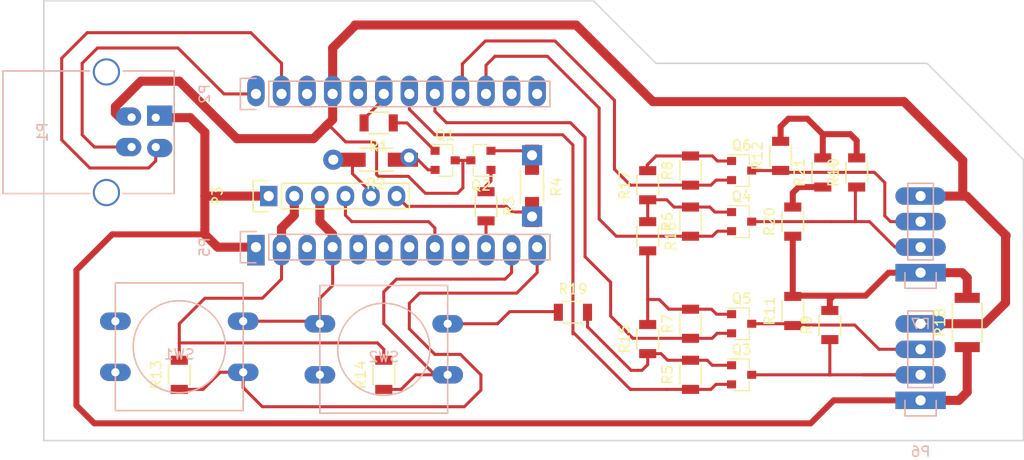
<source format=kicad_pcb>
(kicad_pcb (version 4) (host pcbnew 4.0.4-stable)

  (general
    (links 82)
    (no_connects 15)
    (area 98.222999 77.013999 195.718501 120.915501)
    (thickness 1.6)
    (drawings 8)
    (tracks 291)
    (zones 0)
    (modules 35)
    (nets 26)
  )

  (page A4)
  (layers
    (0 F.Cu signal)
    (31 B.Cu signal)
    (32 B.Adhes user)
    (33 F.Adhes user)
    (34 B.Paste user)
    (35 F.Paste user)
    (36 B.SilkS user)
    (37 F.SilkS user)
    (38 B.Mask user)
    (39 F.Mask user)
    (40 Dwgs.User user)
    (41 Cmts.User user)
    (42 Eco1.User user)
    (43 Eco2.User user)
    (44 Edge.Cuts user)
    (45 Margin user)
    (46 B.CrtYd user)
    (47 F.CrtYd user)
    (48 B.Fab user)
    (49 F.Fab user)
  )

  (setup
    (last_trace_width 0.6)
    (user_trace_width 0.6)
    (user_trace_width 0.9)
    (trace_clearance 0.8)
    (zone_clearance 0.508)
    (zone_45_only no)
    (trace_min 0.2)
    (segment_width 0.2)
    (edge_width 0.15)
    (via_size 0.6)
    (via_drill 0.4)
    (via_min_size 0.4)
    (via_min_drill 0.3)
    (uvia_size 0.3)
    (uvia_drill 0.1)
    (uvias_allowed no)
    (uvia_min_size 0.2)
    (uvia_min_drill 0.1)
    (pcb_text_width 0.3)
    (pcb_text_size 1.5 1.5)
    (mod_edge_width 0.15)
    (mod_text_size 1 1)
    (mod_text_width 0.15)
    (pad_size 1.75 1.75)
    (pad_drill 1.00076)
    (pad_to_mask_clearance 0.2)
    (aux_axis_origin 0 0)
    (visible_elements 7FFFFFFF)
    (pcbplotparams
      (layerselection 0x00030_80000001)
      (usegerberextensions false)
      (excludeedgelayer true)
      (linewidth 0.100000)
      (plotframeref false)
      (viasonmask false)
      (mode 1)
      (useauxorigin false)
      (hpglpennumber 1)
      (hpglpenspeed 20)
      (hpglpendiameter 15)
      (hpglpenoverlay 2)
      (psnegative false)
      (psa4output false)
      (plotreference true)
      (plotvalue true)
      (plotinvisibletext false)
      (padsonsilk false)
      (subtractmaskfromsilk false)
      (outputformat 1)
      (mirror false)
      (drillshape 1)
      (scaleselection 1)
      (outputdirectory ""))
  )

  (net 0 "")
  (net 1 V50)
  (net 2 GND)
  (net 3 "Net-(P1-Pad5)")
  (net 4 D3)
  (net 5 D4)
  (net 6 D5)
  (net 7 D6)
  (net 8 D7)
  (net 9 V33)
  (net 10 A0)
  (net 11 CATH_IRLED)
  (net 12 CATH_Laser)
  (net 13 ARROW_CLOCK_IN)
  (net 14 ARROW_DATA_IN)
  (net 15 "Net-(Q1-Pad2)")
  (net 16 "Net-(Q1-Pad1)")
  (net 17 "Net-(Q2-Pad2)")
  (net 18 "Net-(Q2-Pad1)")
  (net 19 RECHARGE_CLOCK_IN)
  (net 20 RECHARGE_DATA_IN)
  (net 21 "RX(Weapon)")
  (net 22 "TX(Weapon)")
  (net 23 D10)
  (net 24 D12)
  (net 25 D11)

  (net_class Default "This is the default net class."
    (clearance 0.8)
    (trace_width 0.3)
    (via_dia 0.6)
    (via_drill 0.4)
    (uvia_dia 0.3)
    (uvia_drill 0.1)
    (add_net A0)
    (add_net ARROW_CLOCK_IN)
    (add_net ARROW_DATA_IN)
    (add_net CATH_IRLED)
    (add_net CATH_Laser)
    (add_net D10)
    (add_net D11)
    (add_net D12)
    (add_net D3)
    (add_net D4)
    (add_net D5)
    (add_net D6)
    (add_net D7)
    (add_net GND)
    (add_net "Net-(P1-Pad5)")
    (add_net "Net-(Q1-Pad1)")
    (add_net "Net-(Q1-Pad2)")
    (add_net "Net-(Q2-Pad1)")
    (add_net "Net-(Q2-Pad2)")
    (add_net RECHARGE_CLOCK_IN)
    (add_net RECHARGE_DATA_IN)
    (add_net "RX(Weapon)")
    (add_net "TX(Weapon)")
    (add_net V33)
    (add_net V50)
  )

  (module Buttons_Switches_ThroughHole:SW_PUSH-12mm (layer B.Cu) (tedit 53FD9538) (tstamp 584F37D2)
    (at 132.08 111.76)
    (path /58567850)
    (fp_text reference SW2 (at 0 0.762) (layer B.SilkS)
      (effects (font (size 1 1) (thickness 0.15)) (justify mirror))
    )
    (fp_text value SW_PUSH (at 0 -1.016) (layer B.Fab)
      (effects (font (size 1 1) (thickness 0.15)) (justify mirror))
    )
    (fp_circle (center 0 0) (end 3.81 -2.54) (layer B.SilkS) (width 0.15))
    (fp_line (start -6.35 6.35) (end 6.35 6.35) (layer B.SilkS) (width 0.15))
    (fp_line (start 6.35 6.35) (end 6.35 -6.35) (layer B.SilkS) (width 0.15))
    (fp_line (start 6.35 -6.35) (end -6.35 -6.35) (layer B.SilkS) (width 0.15))
    (fp_line (start -6.35 -6.35) (end -6.35 6.35) (layer B.SilkS) (width 0.15))
    (pad 1 thru_hole oval (at 6.35 2.54) (size 3.048 1.7272) (drill 0.8128) (layers *.Cu *.Mask)
      (net 25 D11))
    (pad 2 thru_hole oval (at 6.35 -2.54) (size 3.048 1.7272) (drill 0.8128) (layers *.Cu *.Mask)
      (net 9 V33))
    (pad 1 thru_hole oval (at -6.35 2.54) (size 3.048 1.7272) (drill 0.8128) (layers *.Cu *.Mask)
      (net 25 D11))
    (pad 2 thru_hole oval (at -6.35 -2.54) (size 3.048 1.7272) (drill 0.8128) (layers *.Cu *.Mask)
      (net 9 V33))
    (model Buttons_Switches_ThroughHole.3dshapes/SW_PUSH-12mm.wrl
      (at (xyz 0 0 0))
      (scale (xyz 4 4 4))
      (rotate (xyz 0 0 0))
    )
  )

  (module Connect:USB_B (layer B.Cu) (tedit 58500D8F) (tstamp 584F2F55)
    (at 109.22 88.9 180)
    (descr "USB B connector")
    (tags "USB_B USB_DEV")
    (path /5854560B)
    (fp_text reference P1 (at 11.049 -1.27 450) (layer B.SilkS)
      (effects (font (size 1 1) (thickness 0.15)) (justify mirror))
    )
    (fp_text value USB_B_TOVEST (at 4.699 -1.27 450) (layer B.Fab)
      (effects (font (size 1 1) (thickness 0.15)) (justify mirror))
    )
    (fp_line (start 15.25 -8.9) (end -2.3 -8.9) (layer B.CrtYd) (width 0.05))
    (fp_line (start -2.3 -8.9) (end -2.3 6.35) (layer B.CrtYd) (width 0.05))
    (fp_line (start -2.3 6.35) (end 15.25 6.35) (layer B.CrtYd) (width 0.05))
    (fp_line (start 15.25 6.35) (end 15.25 -8.9) (layer B.CrtYd) (width 0.05))
    (fp_line (start 6.35 -7.366) (end 14.986 -7.366) (layer B.SilkS) (width 0.15))
    (fp_line (start -2.032 -7.366) (end 3.048 -7.366) (layer B.SilkS) (width 0.15))
    (fp_line (start 6.35 4.826) (end 14.986 4.826) (layer B.SilkS) (width 0.15))
    (fp_line (start -2.032 4.826) (end 3.048 4.826) (layer B.SilkS) (width 0.15))
    (fp_line (start 14.986 4.826) (end 14.986 -7.366) (layer B.SilkS) (width 0.15))
    (fp_line (start -2.032 -7.366) (end -2.032 4.826) (layer B.SilkS) (width 0.15))
    (pad 2 thru_hole oval (at -0.2 -2.74 270) (size 1.8 2.5) (drill 0.8128 (offset 0.1 -0.4)) (layers *.Cu *.Mask)
      (net 21 "RX(Weapon)"))
    (pad 1 thru_hole rect (at -0.2 0.18 270) (size 2 2.524) (drill 0.8128 (offset -0.2 -0.4)) (layers *.Cu *.Mask)
      (net 1 V50))
    (pad 4 thru_hole oval (at 2.19898 0.2 270) (size 1.8 2.5) (drill 0.8128 (offset -0.1 0.3)) (layers *.Cu *.Mask)
      (net 2 GND))
    (pad 3 thru_hole oval (at 2.19898 -2.74 270) (size 1.824 2.524) (drill 0.8128 (offset 0 0.3)) (layers *.Cu *.Mask)
      (net 22 "TX(Weapon)"))
    (pad 5 thru_hole circle (at 4.699 -7.26948 270) (size 2.70002 2.70002) (drill 2.30124) (layers *.Cu *.Mask)
      (net 3 "Net-(P1-Pad5)"))
    (pad 5 thru_hole circle (at 4.699 4.72948 270) (size 2.70002 2.70002) (drill 2.30124) (layers *.Cu *.Mask)
      (net 3 "Net-(P1-Pad5)"))
    (model Connect.3dshapes/USB_B.wrl
      (at (xyz 0.185 -0.05 0.001))
      (scale (xyz 0.3937 0.3937 0.3937))
      (rotate (xyz 0 0 -90))
    )
  )

  (module Pin_Headers:Pin_Header_Straight_1x12 (layer B.Cu) (tedit 58500810) (tstamp 584F2F65)
    (at 119.38 86.36 270)
    (descr "Through hole pin header")
    (tags "pin header")
    (path /584EDC62)
    (fp_text reference P2 (at 0 5.1 270) (layer B.SilkS)
      (effects (font (size 1 1) (thickness 0.15)) (justify mirror))
    )
    (fp_text value CONN_01X12 (at 0 3.1 270) (layer B.Fab)
      (effects (font (size 1 1) (thickness 0.15)) (justify mirror))
    )
    (fp_line (start -1.75 1.75) (end -1.75 -29.7) (layer B.CrtYd) (width 0.05))
    (fp_line (start 1.75 1.75) (end 1.75 -29.7) (layer B.CrtYd) (width 0.05))
    (fp_line (start -1.75 1.75) (end 1.75 1.75) (layer B.CrtYd) (width 0.05))
    (fp_line (start -1.75 -29.7) (end 1.75 -29.7) (layer B.CrtYd) (width 0.05))
    (fp_line (start 1.27 -1.27) (end 1.27 -29.21) (layer B.SilkS) (width 0.15))
    (fp_line (start 1.27 -29.21) (end -1.27 -29.21) (layer B.SilkS) (width 0.15))
    (fp_line (start -1.27 -29.21) (end -1.27 -1.27) (layer B.SilkS) (width 0.15))
    (fp_line (start 1.55 1.55) (end 1.55 0) (layer B.SilkS) (width 0.15))
    (fp_line (start 1.27 -1.27) (end -1.27 -1.27) (layer B.SilkS) (width 0.15))
    (fp_line (start -1.55 0) (end -1.55 1.55) (layer B.SilkS) (width 0.15))
    (fp_line (start -1.55 1.55) (end 1.55 1.55) (layer B.SilkS) (width 0.15))
    (pad 1 thru_hole oval (at 0 0 270) (size 3.032 1.7272) (drill 1.016 (offset -0.3 0)) (layers *.Cu *.Mask)
      (net 22 "TX(Weapon)"))
    (pad 2 thru_hole oval (at 0 -2.54 270) (size 3.032 1.7272) (drill 1.016 (offset -0.3 0)) (layers *.Cu *.Mask)
      (net 21 "RX(Weapon)"))
    (pad 3 thru_hole oval (at 0 -5.08 270) (size 3.032 1.7272) (drill 1.016 (offset -0.3 0)) (layers *.Cu *.Mask))
    (pad 4 thru_hole oval (at 0 -7.62 270) (size 3.032 1.7272) (drill 1.016 (offset -0.3 0)) (layers *.Cu *.Mask)
      (net 2 GND))
    (pad 5 thru_hole oval (at 0 -10.16 270) (size 3.032 1.7272) (drill 1.016 (offset -0.3 0)) (layers *.Cu *.Mask))
    (pad 6 thru_hole oval (at 0 -12.7 270) (size 3.032 1.7272) (drill 1.016 (offset -0.3 0)) (layers *.Cu *.Mask)
      (net 4 D3))
    (pad 7 thru_hole oval (at 0 -15.24 270) (size 3.032 1.7272) (drill 1.016 (offset -0.3 0)) (layers *.Cu *.Mask)
      (net 5 D4))
    (pad 8 thru_hole oval (at 0 -17.78 270) (size 3.032 1.7272) (drill 1.016 (offset -0.3 0)) (layers *.Cu *.Mask)
      (net 6 D5))
    (pad 9 thru_hole oval (at 0 -20.32 270) (size 3.032 1.7272) (drill 1.016 (offset -0.3 0)) (layers *.Cu *.Mask)
      (net 7 D6))
    (pad 10 thru_hole oval (at 0 -22.86 270) (size 3.032 1.7272) (drill 1.016 (offset -0.3 0)) (layers *.Cu *.Mask)
      (net 8 D7))
    (pad 11 thru_hole oval (at 0 -25.4 270) (size 3.032 1.7272) (drill 1.016 (offset -0.3 0)) (layers *.Cu *.Mask))
    (pad 12 thru_hole oval (at 0 -27.94 270) (size 3.032 1.7272) (drill 1.016 (offset -0.3 0)) (layers *.Cu *.Mask))
    (model Pin_Headers.3dshapes/Pin_Header_Straight_1x12.wrl
      (at (xyz 0 -0.55 0))
      (scale (xyz 1 1 1))
      (rotate (xyz 0 0 90))
    )
  )

  (module Pin_Headers:Pin_Header_Straight_1x12 (layer B.Cu) (tedit 585008C5) (tstamp 584F2F88)
    (at 119.38 101.6 270)
    (descr "Through hole pin header")
    (tags "pin header")
    (path /584EDD34)
    (fp_text reference P5 (at 0 5.1 270) (layer B.SilkS)
      (effects (font (size 1 1) (thickness 0.15)) (justify mirror))
    )
    (fp_text value CONN_01X12 (at 0 3.1 270) (layer B.Fab)
      (effects (font (size 1 1) (thickness 0.15)) (justify mirror))
    )
    (fp_line (start -1.75 1.75) (end -1.75 -29.7) (layer B.CrtYd) (width 0.05))
    (fp_line (start 1.75 1.75) (end 1.75 -29.7) (layer B.CrtYd) (width 0.05))
    (fp_line (start -1.75 1.75) (end 1.75 1.75) (layer B.CrtYd) (width 0.05))
    (fp_line (start -1.75 -29.7) (end 1.75 -29.7) (layer B.CrtYd) (width 0.05))
    (fp_line (start 1.27 -1.27) (end 1.27 -29.21) (layer B.SilkS) (width 0.15))
    (fp_line (start 1.27 -29.21) (end -1.27 -29.21) (layer B.SilkS) (width 0.15))
    (fp_line (start -1.27 -29.21) (end -1.27 -1.27) (layer B.SilkS) (width 0.15))
    (fp_line (start 1.55 1.55) (end 1.55 0) (layer B.SilkS) (width 0.15))
    (fp_line (start 1.27 -1.27) (end -1.27 -1.27) (layer B.SilkS) (width 0.15))
    (fp_line (start -1.55 0) (end -1.55 1.55) (layer B.SilkS) (width 0.15))
    (fp_line (start -1.55 1.55) (end 1.55 1.55) (layer B.SilkS) (width 0.15))
    (pad 1 thru_hole rect (at 0 0 270) (size 3.032 1.7272) (drill 1.016 (offset 0.3 0)) (layers *.Cu *.Mask)
      (net 1 V50))
    (pad 2 thru_hole oval (at 0 -2.54 270) (size 3.032 1.7272) (drill 1.016 (offset 0.3 0)) (layers *.Cu *.Mask)
      (net 2 GND))
    (pad 3 thru_hole oval (at 0 -5.08 270) (size 3.032 1.7272) (drill 1.016 (offset 0.3 0)) (layers *.Cu *.Mask))
    (pad 4 thru_hole oval (at 0 -7.62 270) (size 3.032 1.7272) (drill 1.016 (offset 0.3 0)) (layers *.Cu *.Mask)
      (net 9 V33))
    (pad 5 thru_hole oval (at 0 -10.16 270) (size 3.032 1.7272) (drill 1.016 (offset 0.2 0)) (layers *.Cu *.Mask))
    (pad 6 thru_hole oval (at 0 -12.7 270) (size 3.032 1.7272) (drill 1.016 (offset 0.3 0)) (layers *.Cu *.Mask))
    (pad 7 thru_hole oval (at 0 -15.24 270) (size 3.032 1.7272) (drill 1.016 (offset 0.3 0)) (layers *.Cu *.Mask))
    (pad 8 thru_hole oval (at 0 -17.78 270) (size 3.032 1.7272) (drill 1.016 (offset 0.3 0)) (layers *.Cu *.Mask)
      (net 10 A0))
    (pad 9 thru_hole oval (at 0 -20.32 270) (size 3.032 1.7272) (drill 1.016 (offset 0.3 0)) (layers *.Cu *.Mask))
    (pad 10 thru_hole oval (at 0 -22.86 270) (size 3.032 1.7272) (drill 1.016 (offset 0.3 0)) (layers *.Cu *.Mask)
      (net 24 D12))
    (pad 11 thru_hole oval (at 0 -25.4 270) (size 3.032 1.7272) (drill 1.016 (offset 0.3 0)) (layers *.Cu *.Mask)
      (net 25 D11))
    (pad 12 thru_hole oval (at 0 -27.94 270) (size 3.032 1.7272) (drill 1.016 (offset 0.3 0)) (layers *.Cu *.Mask)
      (net 23 D10))
    (model Pin_Headers.3dshapes/Pin_Header_Straight_1x12.wrl
      (at (xyz 0 -0.55 0))
      (scale (xyz 1 1 1))
      (rotate (xyz 0 0 90))
    )
  )

  (module Pin_Headers:Pin_Header_Straight_1x04 (layer B.Cu) (tedit 58503F51) (tstamp 584F2F90)
    (at 185.42 116.84)
    (descr "Through hole pin header")
    (tags "pin header")
    (path /58566260)
    (fp_text reference P6 (at 0 5.1) (layer B.SilkS)
      (effects (font (size 1 1) (thickness 0.15)) (justify mirror))
    )
    (fp_text value RECHARGE_DOTSTART (at 0 3.1) (layer B.Fab)
      (effects (font (size 1 1) (thickness 0.15)) (justify mirror))
    )
    (fp_line (start -1.75 1.75) (end -1.75 -9.4) (layer B.CrtYd) (width 0.05))
    (fp_line (start 1.75 1.75) (end 1.75 -9.4) (layer B.CrtYd) (width 0.05))
    (fp_line (start -1.75 1.75) (end 1.75 1.75) (layer B.CrtYd) (width 0.05))
    (fp_line (start -1.75 -9.4) (end 1.75 -9.4) (layer B.CrtYd) (width 0.05))
    (fp_line (start -1.27 -1.27) (end -1.27 -8.89) (layer B.SilkS) (width 0.15))
    (fp_line (start 1.27 -1.27) (end 1.27 -8.89) (layer B.SilkS) (width 0.15))
    (fp_line (start 1.55 1.55) (end 1.55 0) (layer B.SilkS) (width 0.15))
    (fp_line (start -1.27 -8.89) (end 1.27 -8.89) (layer B.SilkS) (width 0.15))
    (fp_line (start 1.27 -1.27) (end -1.27 -1.27) (layer B.SilkS) (width 0.15))
    (fp_line (start -1.55 0) (end -1.55 1.55) (layer B.SilkS) (width 0.15))
    (fp_line (start -1.55 1.55) (end 1.55 1.55) (layer B.SilkS) (width 0.15))
    (pad 1 thru_hole rect (at 0 0) (size 5 1.7272) (drill 1.016) (layers *.Cu *.Mask)
      (net 1 V50))
    (pad 2 thru_hole oval (at 0 -2.54) (size 5 1.7272) (drill 1.016) (layers *.Cu *.Mask)
      (net 19 RECHARGE_CLOCK_IN))
    (pad 3 thru_hole oval (at 0 -5.08) (size 5 1.7272) (drill 1.016) (layers *.Cu *.Mask)
      (net 20 RECHARGE_DATA_IN))
    (pad 4 thru_hole oval (at 0 -7.62) (size 5 1.7272) (drill 1.016) (layers *.Cu *.Mask)
      (net 2 GND))
    (model Pin_Headers.3dshapes/Pin_Header_Straight_1x04.wrl
      (at (xyz 0 -0.15 0))
      (scale (xyz 1 1 1))
      (rotate (xyz 0 0 90))
    )
  )

  (module Pin_Headers:Pin_Header_Straight_1x04 (layer B.Cu) (tedit 58503F3B) (tstamp 584F2F98)
    (at 185.42 104.14)
    (descr "Through hole pin header")
    (tags "pin header")
    (path /58565E6C)
    (fp_text reference P7 (at 0 5.1) (layer B.SilkS)
      (effects (font (size 1 1) (thickness 0.15)) (justify mirror))
    )
    (fp_text value ARROWS_DOTSTART (at 0 3.1) (layer B.Fab)
      (effects (font (size 1 1) (thickness 0.15)) (justify mirror))
    )
    (fp_line (start -1.75 1.75) (end -1.75 -9.4) (layer B.CrtYd) (width 0.05))
    (fp_line (start 1.75 1.75) (end 1.75 -9.4) (layer B.CrtYd) (width 0.05))
    (fp_line (start -1.75 1.75) (end 1.75 1.75) (layer B.CrtYd) (width 0.05))
    (fp_line (start -1.75 -9.4) (end 1.75 -9.4) (layer B.CrtYd) (width 0.05))
    (fp_line (start -1.27 -1.27) (end -1.27 -8.89) (layer B.SilkS) (width 0.15))
    (fp_line (start 1.27 -1.27) (end 1.27 -8.89) (layer B.SilkS) (width 0.15))
    (fp_line (start 1.55 1.55) (end 1.55 0) (layer B.SilkS) (width 0.15))
    (fp_line (start -1.27 -8.89) (end 1.27 -8.89) (layer B.SilkS) (width 0.15))
    (fp_line (start 1.27 -1.27) (end -1.27 -1.27) (layer B.SilkS) (width 0.15))
    (fp_line (start -1.55 0) (end -1.55 1.55) (layer B.SilkS) (width 0.15))
    (fp_line (start -1.55 1.55) (end 1.55 1.55) (layer B.SilkS) (width 0.15))
    (pad 1 thru_hole rect (at 0 0) (size 5 1.7272) (drill 1.016) (layers *.Cu *.Mask)
      (net 1 V50))
    (pad 2 thru_hole oval (at 0 -2.54) (size 5 1.7272) (drill 1.016) (layers *.Cu *.Mask)
      (net 13 ARROW_CLOCK_IN))
    (pad 3 thru_hole oval (at 0 -5.08) (size 5 1.7272) (drill 1.016) (layers *.Cu *.Mask)
      (net 14 ARROW_DATA_IN))
    (pad 4 thru_hole oval (at 0 -7.62) (size 5 1.7272) (drill 1.016) (layers *.Cu *.Mask)
      (net 2 GND))
    (model Pin_Headers.3dshapes/Pin_Header_Straight_1x04.wrl
      (at (xyz 0 -0.15 0))
      (scale (xyz 1 1 1))
      (rotate (xyz 0 0 90))
    )
  )

  (module Resistors_SMD:R_1206 (layer F.Cu) (tedit 58307BE8) (tstamp 584F2FD2)
    (at 131.572 89.2429 180)
    (descr "Resistor SMD 1206, reflow soldering, Vishay (see dcrcw.pdf)")
    (tags "resistor 1206")
    (path /584EE646)
    (attr smd)
    (fp_text reference R1 (at 0 -2.3 180) (layer F.SilkS)
      (effects (font (size 1 1) (thickness 0.15)))
    )
    (fp_text value 1K (at 0 2.3 180) (layer F.Fab)
      (effects (font (size 1 1) (thickness 0.15)))
    )
    (fp_line (start -1.6 0.8) (end -1.6 -0.8) (layer F.Fab) (width 0.1))
    (fp_line (start 1.6 0.8) (end -1.6 0.8) (layer F.Fab) (width 0.1))
    (fp_line (start 1.6 -0.8) (end 1.6 0.8) (layer F.Fab) (width 0.1))
    (fp_line (start -1.6 -0.8) (end 1.6 -0.8) (layer F.Fab) (width 0.1))
    (fp_line (start -2.2 -1.2) (end 2.2 -1.2) (layer F.CrtYd) (width 0.05))
    (fp_line (start -2.2 1.2) (end 2.2 1.2) (layer F.CrtYd) (width 0.05))
    (fp_line (start -2.2 -1.2) (end -2.2 1.2) (layer F.CrtYd) (width 0.05))
    (fp_line (start 2.2 -1.2) (end 2.2 1.2) (layer F.CrtYd) (width 0.05))
    (fp_line (start 1 1.075) (end -1 1.075) (layer F.SilkS) (width 0.15))
    (fp_line (start -1 -1.075) (end 1 -1.075) (layer F.SilkS) (width 0.15))
    (pad 1 smd rect (at -1.45 0 180) (size 0.9 1.7) (layers F.Cu F.Paste F.Mask)
      (net 16 "Net-(Q1-Pad1)"))
    (pad 2 smd rect (at 1.45 0 180) (size 0.9 1.7) (layers F.Cu F.Paste F.Mask)
      (net 4 D3))
    (model Resistors_SMD.3dshapes/R_1206.wrl
      (at (xyz 0 0 0))
      (scale (xyz 1 1 1))
      (rotate (xyz 0 0 0))
    )
  )

  (module Resistors_Universal:Resistor_SMD+THTuniversal_1206_RM10_HandSoldering (layer F.Cu) (tedit 58505251) (tstamp 584F2FDA)
    (at 131.3815 92.9005 180)
    (descr "Resistor, SMD+THT, universal, 1206, RM10, HandSoldering,")
    (tags "Resistor, SMD+THT, universal, 1206, RM10, Hand soldering,")
    (path /584EE92F)
    (fp_text reference R2 (at 0.09906 -2.4003 180) (layer F.SilkS)
      (effects (font (size 1 1) (thickness 0.15)))
    )
    (fp_text value 10 (at 2.70002 2.70002 180) (layer F.Fab)
      (effects (font (size 1 1) (thickness 0.15)))
    )
    (fp_line (start 1.651 1.143) (end -1.651 1.143) (layer F.SilkS) (width 0.15))
    (fp_line (start 0 -1.143) (end -1.651 -1.143) (layer F.SilkS) (width 0.15))
    (fp_line (start 0 -1.143) (end 1.651 -1.143) (layer F.SilkS) (width 0.15))
    (pad 1 smd rect (at -2.60096 0 180) (size 2.99974 1.39954) (layers F.Cu F.Paste F.Mask)
      (net 15 "Net-(Q1-Pad2)"))
    (pad 2 smd rect (at 2.60096 0 180) (size 2.99974 1.39954) (layers F.Cu F.Paste F.Mask)
      (net 11 CATH_IRLED))
    (pad 1 thru_hole circle (at -3.2131 0.2286 180) (size 1.75 1.75) (drill 1.00076) (layers *.Cu *.Mask)
      (net 15 "Net-(Q1-Pad2)"))
    (pad 2 thru_hole circle (at 4.318 0 180) (size 1.99898 1.99898) (drill 1.00076) (layers *.Cu *.Mask)
      (net 11 CATH_IRLED))
  )

  (module Resistors_SMD:R_1206 (layer F.Cu) (tedit 58307BE8) (tstamp 584F2FE0)
    (at 142.24 97.536 270)
    (descr "Resistor SMD 1206, reflow soldering, Vishay (see dcrcw.pdf)")
    (tags "resistor 1206")
    (path /584EF444)
    (attr smd)
    (fp_text reference R3 (at 0 -2.3 270) (layer F.SilkS)
      (effects (font (size 1 1) (thickness 0.15)))
    )
    (fp_text value 1K (at 0 2.3 270) (layer F.Fab)
      (effects (font (size 1 1) (thickness 0.15)))
    )
    (fp_line (start -1.6 0.8) (end -1.6 -0.8) (layer F.Fab) (width 0.1))
    (fp_line (start 1.6 0.8) (end -1.6 0.8) (layer F.Fab) (width 0.1))
    (fp_line (start 1.6 -0.8) (end 1.6 0.8) (layer F.Fab) (width 0.1))
    (fp_line (start -1.6 -0.8) (end 1.6 -0.8) (layer F.Fab) (width 0.1))
    (fp_line (start -2.2 -1.2) (end 2.2 -1.2) (layer F.CrtYd) (width 0.05))
    (fp_line (start -2.2 1.2) (end 2.2 1.2) (layer F.CrtYd) (width 0.05))
    (fp_line (start -2.2 -1.2) (end -2.2 1.2) (layer F.CrtYd) (width 0.05))
    (fp_line (start 2.2 -1.2) (end 2.2 1.2) (layer F.CrtYd) (width 0.05))
    (fp_line (start 1 1.075) (end -1 1.075) (layer F.SilkS) (width 0.15))
    (fp_line (start -1 -1.075) (end 1 -1.075) (layer F.SilkS) (width 0.15))
    (pad 1 smd rect (at -1.45 0 270) (size 0.9 1.7) (layers F.Cu F.Paste F.Mask)
      (net 18 "Net-(Q2-Pad1)"))
    (pad 2 smd rect (at 1.45 0 270) (size 0.9 1.7) (layers F.Cu F.Paste F.Mask)
      (net 24 D12))
    (model Resistors_SMD.3dshapes/R_1206.wrl
      (at (xyz 0 0 0))
      (scale (xyz 1 1 1))
      (rotate (xyz 0 0 0))
    )
  )

  (module Resistors_Universal:Resistor_SMD+THTuniversal_1206_RM10_HandSoldering (layer F.Cu) (tedit 58504F11) (tstamp 584F2FE8)
    (at 146.812 95.504 270)
    (descr "Resistor, SMD+THT, universal, 1206, RM10, HandSoldering,")
    (tags "Resistor, SMD+THT, universal, 1206, RM10, Hand soldering,")
    (path /584EF4F5)
    (fp_text reference R4 (at 0.09906 -2.4003 270) (layer F.SilkS)
      (effects (font (size 1 1) (thickness 0.15)))
    )
    (fp_text value 50 (at 2.70002 2.70002 270) (layer F.Fab)
      (effects (font (size 1 1) (thickness 0.15)))
    )
    (fp_line (start 1.651 1.143) (end -1.651 1.143) (layer F.SilkS) (width 0.15))
    (fp_line (start 0 -1.143) (end -1.651 -1.143) (layer F.SilkS) (width 0.15))
    (fp_line (start 0 -1.143) (end 1.651 -1.143) (layer F.SilkS) (width 0.15))
    (pad 1 smd rect (at -2.60096 0 270) (size 2.99974 1.39954) (layers F.Cu F.Paste F.Mask)
      (net 17 "Net-(Q2-Pad2)"))
    (pad 2 smd rect (at 2.60096 0 270) (size 2.99974 1.39954) (layers F.Cu F.Paste F.Mask)
      (net 12 CATH_Laser))
    (pad 1 thru_hole rect (at -3.048 0 270) (size 1.99898 1.99898) (drill 1.00076) (layers *.Cu *.Mask)
      (net 17 "Net-(Q2-Pad2)"))
    (pad 2 thru_hole rect (at 3.048 0 270) (size 1.99898 1.99898) (drill 1.00076) (layers *.Cu *.Mask)
      (net 12 CATH_Laser))
  )

  (module Resistors_SMD:R_1206 (layer F.Cu) (tedit 58307BE8) (tstamp 584F2FEE)
    (at 162.56 114.3 90)
    (descr "Resistor SMD 1206, reflow soldering, Vishay (see dcrcw.pdf)")
    (tags "resistor 1206")
    (path /5851AF49)
    (attr smd)
    (fp_text reference R5 (at 0 -2.3 90) (layer F.SilkS)
      (effects (font (size 1 1) (thickness 0.15)))
    )
    (fp_text value 10K (at 0 2.3 90) (layer F.Fab)
      (effects (font (size 1 1) (thickness 0.15)))
    )
    (fp_line (start -1.6 0.8) (end -1.6 -0.8) (layer F.Fab) (width 0.1))
    (fp_line (start 1.6 0.8) (end -1.6 0.8) (layer F.Fab) (width 0.1))
    (fp_line (start 1.6 -0.8) (end 1.6 0.8) (layer F.Fab) (width 0.1))
    (fp_line (start -1.6 -0.8) (end 1.6 -0.8) (layer F.Fab) (width 0.1))
    (fp_line (start -2.2 -1.2) (end 2.2 -1.2) (layer F.CrtYd) (width 0.05))
    (fp_line (start -2.2 1.2) (end 2.2 1.2) (layer F.CrtYd) (width 0.05))
    (fp_line (start -2.2 -1.2) (end -2.2 1.2) (layer F.CrtYd) (width 0.05))
    (fp_line (start 2.2 -1.2) (end 2.2 1.2) (layer F.CrtYd) (width 0.05))
    (fp_line (start 1 1.075) (end -1 1.075) (layer F.SilkS) (width 0.15))
    (fp_line (start -1 -1.075) (end 1 -1.075) (layer F.SilkS) (width 0.15))
    (pad 1 smd rect (at -1.45 0 90) (size 0.9 1.7) (layers F.Cu F.Paste F.Mask)
      (net 5 D4))
    (pad 2 smd rect (at 1.45 0 90) (size 0.9 1.7) (layers F.Cu F.Paste F.Mask)
      (net 9 V33))
    (model Resistors_SMD.3dshapes/R_1206.wrl
      (at (xyz 0 0 0))
      (scale (xyz 1 1 1))
      (rotate (xyz 0 0 0))
    )
  )

  (module Resistors_SMD:R_1206 (layer F.Cu) (tedit 58307BE8) (tstamp 584F2FF4)
    (at 162.56 99.06 90)
    (descr "Resistor SMD 1206, reflow soldering, Vishay (see dcrcw.pdf)")
    (tags "resistor 1206")
    (path /5851476D)
    (attr smd)
    (fp_text reference R6 (at 0 -2.3 90) (layer F.SilkS)
      (effects (font (size 1 1) (thickness 0.15)))
    )
    (fp_text value 10K (at 0 2.3 90) (layer F.Fab)
      (effects (font (size 1 1) (thickness 0.15)))
    )
    (fp_line (start -1.6 0.8) (end -1.6 -0.8) (layer F.Fab) (width 0.1))
    (fp_line (start 1.6 0.8) (end -1.6 0.8) (layer F.Fab) (width 0.1))
    (fp_line (start 1.6 -0.8) (end 1.6 0.8) (layer F.Fab) (width 0.1))
    (fp_line (start -1.6 -0.8) (end 1.6 -0.8) (layer F.Fab) (width 0.1))
    (fp_line (start -2.2 -1.2) (end 2.2 -1.2) (layer F.CrtYd) (width 0.05))
    (fp_line (start -2.2 1.2) (end 2.2 1.2) (layer F.CrtYd) (width 0.05))
    (fp_line (start -2.2 -1.2) (end -2.2 1.2) (layer F.CrtYd) (width 0.05))
    (fp_line (start 2.2 -1.2) (end 2.2 1.2) (layer F.CrtYd) (width 0.05))
    (fp_line (start 1 1.075) (end -1 1.075) (layer F.SilkS) (width 0.15))
    (fp_line (start -1 -1.075) (end 1 -1.075) (layer F.SilkS) (width 0.15))
    (pad 1 smd rect (at -1.45 0 90) (size 0.9 1.7) (layers F.Cu F.Paste F.Mask)
      (net 8 D7))
    (pad 2 smd rect (at 1.45 0 90) (size 0.9 1.7) (layers F.Cu F.Paste F.Mask)
      (net 9 V33))
    (model Resistors_SMD.3dshapes/R_1206.wrl
      (at (xyz 0 0 0))
      (scale (xyz 1 1 1))
      (rotate (xyz 0 0 0))
    )
  )

  (module Resistors_SMD:R_1206 (layer F.Cu) (tedit 58307BE8) (tstamp 584F2FFA)
    (at 162.56 109.22 90)
    (descr "Resistor SMD 1206, reflow soldering, Vishay (see dcrcw.pdf)")
    (tags "resistor 1206")
    (path /5851AF6A)
    (attr smd)
    (fp_text reference R7 (at 0 -2.3 90) (layer F.SilkS)
      (effects (font (size 1 1) (thickness 0.15)))
    )
    (fp_text value 10K (at 0 2.3 90) (layer F.Fab)
      (effects (font (size 1 1) (thickness 0.15)))
    )
    (fp_line (start -1.6 0.8) (end -1.6 -0.8) (layer F.Fab) (width 0.1))
    (fp_line (start 1.6 0.8) (end -1.6 0.8) (layer F.Fab) (width 0.1))
    (fp_line (start 1.6 -0.8) (end 1.6 0.8) (layer F.Fab) (width 0.1))
    (fp_line (start -1.6 -0.8) (end 1.6 -0.8) (layer F.Fab) (width 0.1))
    (fp_line (start -2.2 -1.2) (end 2.2 -1.2) (layer F.CrtYd) (width 0.05))
    (fp_line (start -2.2 1.2) (end 2.2 1.2) (layer F.CrtYd) (width 0.05))
    (fp_line (start -2.2 -1.2) (end -2.2 1.2) (layer F.CrtYd) (width 0.05))
    (fp_line (start 2.2 -1.2) (end 2.2 1.2) (layer F.CrtYd) (width 0.05))
    (fp_line (start 1 1.075) (end -1 1.075) (layer F.SilkS) (width 0.15))
    (fp_line (start -1 -1.075) (end 1 -1.075) (layer F.SilkS) (width 0.15))
    (pad 1 smd rect (at -1.45 0 90) (size 0.9 1.7) (layers F.Cu F.Paste F.Mask)
      (net 6 D5))
    (pad 2 smd rect (at 1.45 0 90) (size 0.9 1.7) (layers F.Cu F.Paste F.Mask)
      (net 9 V33))
    (model Resistors_SMD.3dshapes/R_1206.wrl
      (at (xyz 0 0 0))
      (scale (xyz 1 1 1))
      (rotate (xyz 0 0 0))
    )
  )

  (module Resistors_SMD:R_1206 (layer F.Cu) (tedit 58307BE8) (tstamp 584F3000)
    (at 162.56 93.98 90)
    (descr "Resistor SMD 1206, reflow soldering, Vishay (see dcrcw.pdf)")
    (tags "resistor 1206")
    (path /5851637D)
    (attr smd)
    (fp_text reference R8 (at 0 -2.3 90) (layer F.SilkS)
      (effects (font (size 1 1) (thickness 0.15)))
    )
    (fp_text value 10K (at 0 2.3 90) (layer F.Fab)
      (effects (font (size 1 1) (thickness 0.15)))
    )
    (fp_line (start -1.6 0.8) (end -1.6 -0.8) (layer F.Fab) (width 0.1))
    (fp_line (start 1.6 0.8) (end -1.6 0.8) (layer F.Fab) (width 0.1))
    (fp_line (start 1.6 -0.8) (end 1.6 0.8) (layer F.Fab) (width 0.1))
    (fp_line (start -1.6 -0.8) (end 1.6 -0.8) (layer F.Fab) (width 0.1))
    (fp_line (start -2.2 -1.2) (end 2.2 -1.2) (layer F.CrtYd) (width 0.05))
    (fp_line (start -2.2 1.2) (end 2.2 1.2) (layer F.CrtYd) (width 0.05))
    (fp_line (start -2.2 -1.2) (end -2.2 1.2) (layer F.CrtYd) (width 0.05))
    (fp_line (start 2.2 -1.2) (end 2.2 1.2) (layer F.CrtYd) (width 0.05))
    (fp_line (start 1 1.075) (end -1 1.075) (layer F.SilkS) (width 0.15))
    (fp_line (start -1 -1.075) (end 1 -1.075) (layer F.SilkS) (width 0.15))
    (pad 1 smd rect (at -1.45 0 90) (size 0.9 1.7) (layers F.Cu F.Paste F.Mask)
      (net 7 D6))
    (pad 2 smd rect (at 1.45 0 90) (size 0.9 1.7) (layers F.Cu F.Paste F.Mask)
      (net 9 V33))
    (model Resistors_SMD.3dshapes/R_1206.wrl
      (at (xyz 0 0 0))
      (scale (xyz 1 1 1))
      (rotate (xyz 0 0 0))
    )
  )

  (module Resistors_SMD:R_1206 (layer F.Cu) (tedit 584F335F) (tstamp 584F3006)
    (at 176.403 109.347 90)
    (descr "Resistor SMD 1206, reflow soldering, Vishay (see dcrcw.pdf)")
    (tags "resistor 1206")
    (path /5851AF4F)
    (attr smd)
    (fp_text reference R9 (at 0 -2.3 90) (layer F.SilkS)
      (effects (font (size 1 1) (thickness 0.15)))
    )
    (fp_text value 1K (at 1.27 0 90) (layer F.Fab)
      (effects (font (size 1 1) (thickness 0.15)))
    )
    (fp_line (start -1.6 0.8) (end -1.6 -0.8) (layer F.Fab) (width 0.1))
    (fp_line (start 1.6 0.8) (end -1.6 0.8) (layer F.Fab) (width 0.1))
    (fp_line (start 1.6 -0.8) (end 1.6 0.8) (layer F.Fab) (width 0.1))
    (fp_line (start -1.6 -0.8) (end 1.6 -0.8) (layer F.Fab) (width 0.1))
    (fp_line (start -2.2 -1.2) (end 2.2 -1.2) (layer F.CrtYd) (width 0.05))
    (fp_line (start -2.2 1.2) (end 2.2 1.2) (layer F.CrtYd) (width 0.05))
    (fp_line (start -2.2 -1.2) (end -2.2 1.2) (layer F.CrtYd) (width 0.05))
    (fp_line (start 2.2 -1.2) (end 2.2 1.2) (layer F.CrtYd) (width 0.05))
    (fp_line (start 1 1.075) (end -1 1.075) (layer F.SilkS) (width 0.15))
    (fp_line (start -1 -1.075) (end 1 -1.075) (layer F.SilkS) (width 0.15))
    (pad 1 smd rect (at -1.45 0 90) (size 0.9 1.7) (layers F.Cu F.Paste F.Mask)
      (net 19 RECHARGE_CLOCK_IN))
    (pad 2 smd rect (at 1.45 0 90) (size 0.9 1.7) (layers F.Cu F.Paste F.Mask)
      (net 1 V50))
    (model Resistors_SMD.3dshapes/R_1206.wrl
      (at (xyz 0 0 0))
      (scale (xyz 1 1 1))
      (rotate (xyz 0 0 0))
    )
  )

  (module Resistors_SMD:R_1206 (layer F.Cu) (tedit 58307BE8) (tstamp 584F300C)
    (at 179.07 94.1705 90)
    (descr "Resistor SMD 1206, reflow soldering, Vishay (see dcrcw.pdf)")
    (tags "resistor 1206")
    (path /58514A70)
    (attr smd)
    (fp_text reference R10 (at 0 -2.3 90) (layer F.SilkS)
      (effects (font (size 1 1) (thickness 0.15)))
    )
    (fp_text value 1K (at 0 2.3 90) (layer F.Fab)
      (effects (font (size 1 1) (thickness 0.15)))
    )
    (fp_line (start -1.6 0.8) (end -1.6 -0.8) (layer F.Fab) (width 0.1))
    (fp_line (start 1.6 0.8) (end -1.6 0.8) (layer F.Fab) (width 0.1))
    (fp_line (start 1.6 -0.8) (end 1.6 0.8) (layer F.Fab) (width 0.1))
    (fp_line (start -1.6 -0.8) (end 1.6 -0.8) (layer F.Fab) (width 0.1))
    (fp_line (start -2.2 -1.2) (end 2.2 -1.2) (layer F.CrtYd) (width 0.05))
    (fp_line (start -2.2 1.2) (end 2.2 1.2) (layer F.CrtYd) (width 0.05))
    (fp_line (start -2.2 -1.2) (end -2.2 1.2) (layer F.CrtYd) (width 0.05))
    (fp_line (start 2.2 -1.2) (end 2.2 1.2) (layer F.CrtYd) (width 0.05))
    (fp_line (start 1 1.075) (end -1 1.075) (layer F.SilkS) (width 0.15))
    (fp_line (start -1 -1.075) (end 1 -1.075) (layer F.SilkS) (width 0.15))
    (pad 1 smd rect (at -1.45 0 90) (size 0.9 1.7) (layers F.Cu F.Paste F.Mask)
      (net 13 ARROW_CLOCK_IN))
    (pad 2 smd rect (at 1.45 0 90) (size 0.9 1.7) (layers F.Cu F.Paste F.Mask)
      (net 1 V50))
    (model Resistors_SMD.3dshapes/R_1206.wrl
      (at (xyz 0 0 0))
      (scale (xyz 1 1 1))
      (rotate (xyz 0 0 0))
    )
  )

  (module Resistors_SMD:R_1206 (layer F.Cu) (tedit 58307BE8) (tstamp 584F3012)
    (at 172.72 107.95 90)
    (descr "Resistor SMD 1206, reflow soldering, Vishay (see dcrcw.pdf)")
    (tags "resistor 1206")
    (path /5851AF70)
    (attr smd)
    (fp_text reference R11 (at 0 -2.3 90) (layer F.SilkS)
      (effects (font (size 1 1) (thickness 0.15)))
    )
    (fp_text value 1K (at 0 2.3 90) (layer F.Fab)
      (effects (font (size 1 1) (thickness 0.15)))
    )
    (fp_line (start -1.6 0.8) (end -1.6 -0.8) (layer F.Fab) (width 0.1))
    (fp_line (start 1.6 0.8) (end -1.6 0.8) (layer F.Fab) (width 0.1))
    (fp_line (start 1.6 -0.8) (end 1.6 0.8) (layer F.Fab) (width 0.1))
    (fp_line (start -1.6 -0.8) (end 1.6 -0.8) (layer F.Fab) (width 0.1))
    (fp_line (start -2.2 -1.2) (end 2.2 -1.2) (layer F.CrtYd) (width 0.05))
    (fp_line (start -2.2 1.2) (end 2.2 1.2) (layer F.CrtYd) (width 0.05))
    (fp_line (start -2.2 -1.2) (end -2.2 1.2) (layer F.CrtYd) (width 0.05))
    (fp_line (start 2.2 -1.2) (end 2.2 1.2) (layer F.CrtYd) (width 0.05))
    (fp_line (start 1 1.075) (end -1 1.075) (layer F.SilkS) (width 0.15))
    (fp_line (start -1 -1.075) (end 1 -1.075) (layer F.SilkS) (width 0.15))
    (pad 1 smd rect (at -1.45 0 90) (size 0.9 1.7) (layers F.Cu F.Paste F.Mask)
      (net 20 RECHARGE_DATA_IN))
    (pad 2 smd rect (at 1.45 0 90) (size 0.9 1.7) (layers F.Cu F.Paste F.Mask)
      (net 1 V50))
    (model Resistors_SMD.3dshapes/R_1206.wrl
      (at (xyz 0 0 0))
      (scale (xyz 1 1 1))
      (rotate (xyz 0 0 0))
    )
  )

  (module Resistors_SMD:R_1206 (layer F.Cu) (tedit 58307BE8) (tstamp 584F3018)
    (at 171.5135 92.5195 90)
    (descr "Resistor SMD 1206, reflow soldering, Vishay (see dcrcw.pdf)")
    (tags "resistor 1206")
    (path /58516383)
    (attr smd)
    (fp_text reference R12 (at 0 -2.3 90) (layer F.SilkS)
      (effects (font (size 1 1) (thickness 0.15)))
    )
    (fp_text value 1K (at 0 2.3 90) (layer F.Fab)
      (effects (font (size 1 1) (thickness 0.15)))
    )
    (fp_line (start -1.6 0.8) (end -1.6 -0.8) (layer F.Fab) (width 0.1))
    (fp_line (start 1.6 0.8) (end -1.6 0.8) (layer F.Fab) (width 0.1))
    (fp_line (start 1.6 -0.8) (end 1.6 0.8) (layer F.Fab) (width 0.1))
    (fp_line (start -1.6 -0.8) (end 1.6 -0.8) (layer F.Fab) (width 0.1))
    (fp_line (start -2.2 -1.2) (end 2.2 -1.2) (layer F.CrtYd) (width 0.05))
    (fp_line (start -2.2 1.2) (end 2.2 1.2) (layer F.CrtYd) (width 0.05))
    (fp_line (start -2.2 -1.2) (end -2.2 1.2) (layer F.CrtYd) (width 0.05))
    (fp_line (start 2.2 -1.2) (end 2.2 1.2) (layer F.CrtYd) (width 0.05))
    (fp_line (start 1 1.075) (end -1 1.075) (layer F.SilkS) (width 0.15))
    (fp_line (start -1 -1.075) (end 1 -1.075) (layer F.SilkS) (width 0.15))
    (pad 1 smd rect (at -1.45 0 90) (size 0.9 1.7) (layers F.Cu F.Paste F.Mask)
      (net 14 ARROW_DATA_IN))
    (pad 2 smd rect (at 1.45 0 90) (size 0.9 1.7) (layers F.Cu F.Paste F.Mask)
      (net 1 V50))
    (model Resistors_SMD.3dshapes/R_1206.wrl
      (at (xyz 0 0 0))
      (scale (xyz 1 1 1))
      (rotate (xyz 0 0 0))
    )
  )

  (module TO_SOT_Packages_SMD:SOT-23 (layer F.Cu) (tedit 583F39EB) (tstamp 584F3133)
    (at 138.176 92.964)
    (descr "SOT-23, Standard")
    (tags SOT-23)
    (path /584EE7CD)
    (attr smd)
    (fp_text reference Q1 (at 0 -2.5) (layer F.SilkS)
      (effects (font (size 1 1) (thickness 0.15)))
    )
    (fp_text value PZT2222A (at 0 2.5) (layer F.Fab)
      (effects (font (size 1 1) (thickness 0.15)))
    )
    (fp_line (start 0.76 1.58) (end 0.76 0.65) (layer F.SilkS) (width 0.12))
    (fp_line (start 0.76 -1.58) (end 0.76 -0.65) (layer F.SilkS) (width 0.12))
    (fp_line (start 0.7 -1.52) (end 0.7 1.52) (layer F.Fab) (width 0.15))
    (fp_line (start -0.7 1.52) (end 0.7 1.52) (layer F.Fab) (width 0.15))
    (fp_line (start -1.7 -1.75) (end 1.7 -1.75) (layer F.CrtYd) (width 0.05))
    (fp_line (start 1.7 -1.75) (end 1.7 1.75) (layer F.CrtYd) (width 0.05))
    (fp_line (start 1.7 1.75) (end -1.7 1.75) (layer F.CrtYd) (width 0.05))
    (fp_line (start -1.7 1.75) (end -1.7 -1.75) (layer F.CrtYd) (width 0.05))
    (fp_line (start 0.76 -1.58) (end -1.4 -1.58) (layer F.SilkS) (width 0.12))
    (fp_line (start -0.7 -1.52) (end 0.7 -1.52) (layer F.Fab) (width 0.15))
    (fp_line (start -0.7 -1.52) (end -0.7 1.52) (layer F.Fab) (width 0.15))
    (fp_line (start 0.76 1.58) (end -0.7 1.58) (layer F.SilkS) (width 0.12))
    (pad 1 smd rect (at -1 -0.95) (size 0.9 0.8) (layers F.Cu F.Paste F.Mask)
      (net 16 "Net-(Q1-Pad1)"))
    (pad 2 smd rect (at -1 0.95) (size 0.9 0.8) (layers F.Cu F.Paste F.Mask)
      (net 15 "Net-(Q1-Pad2)"))
    (pad 3 smd rect (at 1 0) (size 0.9 0.8) (layers F.Cu F.Paste F.Mask)
      (net 2 GND))
    (model TO_SOT_Packages_SMD.3dshapes/SOT-23.wrl
      (at (xyz 0 0 0))
      (scale (xyz 1 1 1))
      (rotate (xyz 0 0 90))
    )
  )

  (module TO_SOT_Packages_SMD:SOT-23 (layer F.Cu) (tedit 583F39EB) (tstamp 584F3139)
    (at 141.732 92.964 180)
    (descr "SOT-23, Standard")
    (tags SOT-23)
    (path /584EF49C)
    (attr smd)
    (fp_text reference Q2 (at 0 -2.5 180) (layer F.SilkS)
      (effects (font (size 1 1) (thickness 0.15)))
    )
    (fp_text value PZT2222A (at 0 2.5 180) (layer F.Fab)
      (effects (font (size 1 1) (thickness 0.15)))
    )
    (fp_line (start 0.76 1.58) (end 0.76 0.65) (layer F.SilkS) (width 0.12))
    (fp_line (start 0.76 -1.58) (end 0.76 -0.65) (layer F.SilkS) (width 0.12))
    (fp_line (start 0.7 -1.52) (end 0.7 1.52) (layer F.Fab) (width 0.15))
    (fp_line (start -0.7 1.52) (end 0.7 1.52) (layer F.Fab) (width 0.15))
    (fp_line (start -1.7 -1.75) (end 1.7 -1.75) (layer F.CrtYd) (width 0.05))
    (fp_line (start 1.7 -1.75) (end 1.7 1.75) (layer F.CrtYd) (width 0.05))
    (fp_line (start 1.7 1.75) (end -1.7 1.75) (layer F.CrtYd) (width 0.05))
    (fp_line (start -1.7 1.75) (end -1.7 -1.75) (layer F.CrtYd) (width 0.05))
    (fp_line (start 0.76 -1.58) (end -1.4 -1.58) (layer F.SilkS) (width 0.12))
    (fp_line (start -0.7 -1.52) (end 0.7 -1.52) (layer F.Fab) (width 0.15))
    (fp_line (start -0.7 -1.52) (end -0.7 1.52) (layer F.Fab) (width 0.15))
    (fp_line (start 0.76 1.58) (end -0.7 1.58) (layer F.SilkS) (width 0.12))
    (pad 1 smd rect (at -1 -0.95 180) (size 0.9 0.8) (layers F.Cu F.Paste F.Mask)
      (net 18 "Net-(Q2-Pad1)"))
    (pad 2 smd rect (at -1 0.95 180) (size 0.9 0.8) (layers F.Cu F.Paste F.Mask)
      (net 17 "Net-(Q2-Pad2)"))
    (pad 3 smd rect (at 1 0 180) (size 0.9 0.8) (layers F.Cu F.Paste F.Mask)
      (net 2 GND))
    (model TO_SOT_Packages_SMD.3dshapes/SOT-23.wrl
      (at (xyz 0 0 0))
      (scale (xyz 1 1 1))
      (rotate (xyz 0 0 90))
    )
  )

  (module TO_SOT_Packages_SMD:SOT-23 (layer F.Cu) (tedit 583F39EB) (tstamp 584F313F)
    (at 167.64 114.3)
    (descr "SOT-23, Standard")
    (tags SOT-23)
    (path /5851AF42)
    (attr smd)
    (fp_text reference Q3 (at 0 -2.5) (layer F.SilkS)
      (effects (font (size 1 1) (thickness 0.15)))
    )
    (fp_text value BSS138 (at 0 2.5) (layer F.Fab)
      (effects (font (size 1 1) (thickness 0.15)))
    )
    (fp_line (start 0.76 1.58) (end 0.76 0.65) (layer F.SilkS) (width 0.12))
    (fp_line (start 0.76 -1.58) (end 0.76 -0.65) (layer F.SilkS) (width 0.12))
    (fp_line (start 0.7 -1.52) (end 0.7 1.52) (layer F.Fab) (width 0.15))
    (fp_line (start -0.7 1.52) (end 0.7 1.52) (layer F.Fab) (width 0.15))
    (fp_line (start -1.7 -1.75) (end 1.7 -1.75) (layer F.CrtYd) (width 0.05))
    (fp_line (start 1.7 -1.75) (end 1.7 1.75) (layer F.CrtYd) (width 0.05))
    (fp_line (start 1.7 1.75) (end -1.7 1.75) (layer F.CrtYd) (width 0.05))
    (fp_line (start -1.7 1.75) (end -1.7 -1.75) (layer F.CrtYd) (width 0.05))
    (fp_line (start 0.76 -1.58) (end -1.4 -1.58) (layer F.SilkS) (width 0.12))
    (fp_line (start -0.7 -1.52) (end 0.7 -1.52) (layer F.Fab) (width 0.15))
    (fp_line (start -0.7 -1.52) (end -0.7 1.52) (layer F.Fab) (width 0.15))
    (fp_line (start 0.76 1.58) (end -0.7 1.58) (layer F.SilkS) (width 0.12))
    (pad 1 smd rect (at -1 -0.95) (size 0.9 0.8) (layers F.Cu F.Paste F.Mask)
      (net 9 V33))
    (pad 2 smd rect (at -1 0.95) (size 0.9 0.8) (layers F.Cu F.Paste F.Mask)
      (net 5 D4))
    (pad 3 smd rect (at 1 0) (size 0.9 0.8) (layers F.Cu F.Paste F.Mask)
      (net 19 RECHARGE_CLOCK_IN))
    (model TO_SOT_Packages_SMD.3dshapes/SOT-23.wrl
      (at (xyz 0 0 0))
      (scale (xyz 1 1 1))
      (rotate (xyz 0 0 90))
    )
  )

  (module TO_SOT_Packages_SMD:SOT-23 (layer F.Cu) (tedit 583F39EB) (tstamp 584F3145)
    (at 167.64 99.06)
    (descr "SOT-23, Standard")
    (tags SOT-23)
    (path /58513E94)
    (attr smd)
    (fp_text reference Q4 (at 0 -2.5) (layer F.SilkS)
      (effects (font (size 1 1) (thickness 0.15)))
    )
    (fp_text value BSS138 (at 0 2.5) (layer F.Fab)
      (effects (font (size 1 1) (thickness 0.15)))
    )
    (fp_line (start 0.76 1.58) (end 0.76 0.65) (layer F.SilkS) (width 0.12))
    (fp_line (start 0.76 -1.58) (end 0.76 -0.65) (layer F.SilkS) (width 0.12))
    (fp_line (start 0.7 -1.52) (end 0.7 1.52) (layer F.Fab) (width 0.15))
    (fp_line (start -0.7 1.52) (end 0.7 1.52) (layer F.Fab) (width 0.15))
    (fp_line (start -1.7 -1.75) (end 1.7 -1.75) (layer F.CrtYd) (width 0.05))
    (fp_line (start 1.7 -1.75) (end 1.7 1.75) (layer F.CrtYd) (width 0.05))
    (fp_line (start 1.7 1.75) (end -1.7 1.75) (layer F.CrtYd) (width 0.05))
    (fp_line (start -1.7 1.75) (end -1.7 -1.75) (layer F.CrtYd) (width 0.05))
    (fp_line (start 0.76 -1.58) (end -1.4 -1.58) (layer F.SilkS) (width 0.12))
    (fp_line (start -0.7 -1.52) (end 0.7 -1.52) (layer F.Fab) (width 0.15))
    (fp_line (start -0.7 -1.52) (end -0.7 1.52) (layer F.Fab) (width 0.15))
    (fp_line (start 0.76 1.58) (end -0.7 1.58) (layer F.SilkS) (width 0.12))
    (pad 1 smd rect (at -1 -0.95) (size 0.9 0.8) (layers F.Cu F.Paste F.Mask)
      (net 9 V33))
    (pad 2 smd rect (at -1 0.95) (size 0.9 0.8) (layers F.Cu F.Paste F.Mask)
      (net 8 D7))
    (pad 3 smd rect (at 1 0) (size 0.9 0.8) (layers F.Cu F.Paste F.Mask)
      (net 13 ARROW_CLOCK_IN))
    (model TO_SOT_Packages_SMD.3dshapes/SOT-23.wrl
      (at (xyz 0 0 0))
      (scale (xyz 1 1 1))
      (rotate (xyz 0 0 90))
    )
  )

  (module TO_SOT_Packages_SMD:SOT-23 (layer F.Cu) (tedit 583F39EB) (tstamp 584F314B)
    (at 167.64 109.22)
    (descr "SOT-23, Standard")
    (tags SOT-23)
    (path /5851AF63)
    (attr smd)
    (fp_text reference Q5 (at 0 -2.5) (layer F.SilkS)
      (effects (font (size 1 1) (thickness 0.15)))
    )
    (fp_text value BSS138 (at 0 2.5) (layer F.Fab)
      (effects (font (size 1 1) (thickness 0.15)))
    )
    (fp_line (start 0.76 1.58) (end 0.76 0.65) (layer F.SilkS) (width 0.12))
    (fp_line (start 0.76 -1.58) (end 0.76 -0.65) (layer F.SilkS) (width 0.12))
    (fp_line (start 0.7 -1.52) (end 0.7 1.52) (layer F.Fab) (width 0.15))
    (fp_line (start -0.7 1.52) (end 0.7 1.52) (layer F.Fab) (width 0.15))
    (fp_line (start -1.7 -1.75) (end 1.7 -1.75) (layer F.CrtYd) (width 0.05))
    (fp_line (start 1.7 -1.75) (end 1.7 1.75) (layer F.CrtYd) (width 0.05))
    (fp_line (start 1.7 1.75) (end -1.7 1.75) (layer F.CrtYd) (width 0.05))
    (fp_line (start -1.7 1.75) (end -1.7 -1.75) (layer F.CrtYd) (width 0.05))
    (fp_line (start 0.76 -1.58) (end -1.4 -1.58) (layer F.SilkS) (width 0.12))
    (fp_line (start -0.7 -1.52) (end 0.7 -1.52) (layer F.Fab) (width 0.15))
    (fp_line (start -0.7 -1.52) (end -0.7 1.52) (layer F.Fab) (width 0.15))
    (fp_line (start 0.76 1.58) (end -0.7 1.58) (layer F.SilkS) (width 0.12))
    (pad 1 smd rect (at -1 -0.95) (size 0.9 0.8) (layers F.Cu F.Paste F.Mask)
      (net 9 V33))
    (pad 2 smd rect (at -1 0.95) (size 0.9 0.8) (layers F.Cu F.Paste F.Mask)
      (net 6 D5))
    (pad 3 smd rect (at 1 0) (size 0.9 0.8) (layers F.Cu F.Paste F.Mask)
      (net 20 RECHARGE_DATA_IN))
    (model TO_SOT_Packages_SMD.3dshapes/SOT-23.wrl
      (at (xyz 0 0 0))
      (scale (xyz 1 1 1))
      (rotate (xyz 0 0 90))
    )
  )

  (module TO_SOT_Packages_SMD:SOT-23 (layer F.Cu) (tedit 583F39EB) (tstamp 584F3151)
    (at 167.64 93.98)
    (descr "SOT-23, Standard")
    (tags SOT-23)
    (path /58516376)
    (attr smd)
    (fp_text reference Q6 (at 0 -2.5) (layer F.SilkS)
      (effects (font (size 1 1) (thickness 0.15)))
    )
    (fp_text value BSS138 (at 0 2.5) (layer F.Fab)
      (effects (font (size 1 1) (thickness 0.15)))
    )
    (fp_line (start 0.76 1.58) (end 0.76 0.65) (layer F.SilkS) (width 0.12))
    (fp_line (start 0.76 -1.58) (end 0.76 -0.65) (layer F.SilkS) (width 0.12))
    (fp_line (start 0.7 -1.52) (end 0.7 1.52) (layer F.Fab) (width 0.15))
    (fp_line (start -0.7 1.52) (end 0.7 1.52) (layer F.Fab) (width 0.15))
    (fp_line (start -1.7 -1.75) (end 1.7 -1.75) (layer F.CrtYd) (width 0.05))
    (fp_line (start 1.7 -1.75) (end 1.7 1.75) (layer F.CrtYd) (width 0.05))
    (fp_line (start 1.7 1.75) (end -1.7 1.75) (layer F.CrtYd) (width 0.05))
    (fp_line (start -1.7 1.75) (end -1.7 -1.75) (layer F.CrtYd) (width 0.05))
    (fp_line (start 0.76 -1.58) (end -1.4 -1.58) (layer F.SilkS) (width 0.12))
    (fp_line (start -0.7 -1.52) (end 0.7 -1.52) (layer F.Fab) (width 0.15))
    (fp_line (start -0.7 -1.52) (end -0.7 1.52) (layer F.Fab) (width 0.15))
    (fp_line (start 0.76 1.58) (end -0.7 1.58) (layer F.SilkS) (width 0.12))
    (pad 1 smd rect (at -1 -0.95) (size 0.9 0.8) (layers F.Cu F.Paste F.Mask)
      (net 9 V33))
    (pad 2 smd rect (at -1 0.95) (size 0.9 0.8) (layers F.Cu F.Paste F.Mask)
      (net 7 D6))
    (pad 3 smd rect (at 1 0) (size 0.9 0.8) (layers F.Cu F.Paste F.Mask)
      (net 14 ARROW_DATA_IN))
    (model TO_SOT_Packages_SMD.3dshapes/SOT-23.wrl
      (at (xyz 0 0 0))
      (scale (xyz 1 1 1))
      (rotate (xyz 0 0 90))
    )
  )

  (module Buttons_Switches_ThroughHole:SW_PUSH-12mm (layer B.Cu) (tedit 53FD9538) (tstamp 584F37CA)
    (at 111.76 111.506)
    (path /58566F39)
    (fp_text reference SW1 (at 0 0.762) (layer B.SilkS)
      (effects (font (size 1 1) (thickness 0.15)) (justify mirror))
    )
    (fp_text value SW_PUSH (at 0 -1.016) (layer B.Fab)
      (effects (font (size 1 1) (thickness 0.15)) (justify mirror))
    )
    (fp_circle (center 0 0) (end 3.81 -2.54) (layer B.SilkS) (width 0.15))
    (fp_line (start -6.35 6.35) (end 6.35 6.35) (layer B.SilkS) (width 0.15))
    (fp_line (start 6.35 6.35) (end 6.35 -6.35) (layer B.SilkS) (width 0.15))
    (fp_line (start 6.35 -6.35) (end -6.35 -6.35) (layer B.SilkS) (width 0.15))
    (fp_line (start -6.35 -6.35) (end -6.35 6.35) (layer B.SilkS) (width 0.15))
    (pad 1 thru_hole oval (at 6.35 2.54) (size 3.048 1.7272) (drill 0.8128) (layers *.Cu *.Mask)
      (net 23 D10))
    (pad 2 thru_hole oval (at 6.35 -2.54) (size 3.048 1.7272) (drill 0.8128) (layers *.Cu *.Mask)
      (net 9 V33))
    (pad 1 thru_hole oval (at -6.35 2.54) (size 3.048 1.7272) (drill 0.8128) (layers *.Cu *.Mask)
      (net 23 D10))
    (pad 2 thru_hole oval (at -6.35 -2.54) (size 3.048 1.7272) (drill 0.8128) (layers *.Cu *.Mask)
      (net 9 V33))
    (model Buttons_Switches_ThroughHole.3dshapes/SW_PUSH-12mm.wrl
      (at (xyz 0 0 0))
      (scale (xyz 4 4 4))
      (rotate (xyz 0 0 0))
    )
  )

  (module Resistors_SMD:R_1206 (layer F.Cu) (tedit 58307BE8) (tstamp 585042E6)
    (at 111.76 114.3 90)
    (descr "Resistor SMD 1206, reflow soldering, Vishay (see dcrcw.pdf)")
    (tags "resistor 1206")
    (path /5850CC6F)
    (attr smd)
    (fp_text reference R13 (at 0 -2.3 90) (layer F.SilkS)
      (effects (font (size 1 1) (thickness 0.15)))
    )
    (fp_text value 10K (at 0 2.3 90) (layer F.Fab)
      (effects (font (size 1 1) (thickness 0.15)))
    )
    (fp_line (start -1.6 0.8) (end -1.6 -0.8) (layer F.Fab) (width 0.1))
    (fp_line (start 1.6 0.8) (end -1.6 0.8) (layer F.Fab) (width 0.1))
    (fp_line (start 1.6 -0.8) (end 1.6 0.8) (layer F.Fab) (width 0.1))
    (fp_line (start -1.6 -0.8) (end 1.6 -0.8) (layer F.Fab) (width 0.1))
    (fp_line (start -2.2 -1.2) (end 2.2 -1.2) (layer F.CrtYd) (width 0.05))
    (fp_line (start -2.2 1.2) (end 2.2 1.2) (layer F.CrtYd) (width 0.05))
    (fp_line (start -2.2 -1.2) (end -2.2 1.2) (layer F.CrtYd) (width 0.05))
    (fp_line (start 2.2 -1.2) (end 2.2 1.2) (layer F.CrtYd) (width 0.05))
    (fp_line (start 1 1.075) (end -1 1.075) (layer F.SilkS) (width 0.15))
    (fp_line (start -1 -1.075) (end 1 -1.075) (layer F.SilkS) (width 0.15))
    (pad 1 smd rect (at -1.45 0 90) (size 0.9 1.7) (layers F.Cu F.Paste F.Mask)
      (net 23 D10))
    (pad 2 smd rect (at 1.45 0 90) (size 0.9 1.7) (layers F.Cu F.Paste F.Mask)
      (net 2 GND))
    (model Resistors_SMD.3dshapes/R_1206.wrl
      (at (xyz 0 0 0))
      (scale (xyz 1 1 1))
      (rotate (xyz 0 0 0))
    )
  )

  (module Resistors_SMD:R_1206 (layer F.Cu) (tedit 58307BE8) (tstamp 585042F6)
    (at 132.08 114.3 90)
    (descr "Resistor SMD 1206, reflow soldering, Vishay (see dcrcw.pdf)")
    (tags "resistor 1206")
    (path /5850CDAF)
    (attr smd)
    (fp_text reference R14 (at 0 -2.3 90) (layer F.SilkS)
      (effects (font (size 1 1) (thickness 0.15)))
    )
    (fp_text value 10K (at 0 2.3 90) (layer F.Fab)
      (effects (font (size 1 1) (thickness 0.15)))
    )
    (fp_line (start -1.6 0.8) (end -1.6 -0.8) (layer F.Fab) (width 0.1))
    (fp_line (start 1.6 0.8) (end -1.6 0.8) (layer F.Fab) (width 0.1))
    (fp_line (start 1.6 -0.8) (end 1.6 0.8) (layer F.Fab) (width 0.1))
    (fp_line (start -1.6 -0.8) (end 1.6 -0.8) (layer F.Fab) (width 0.1))
    (fp_line (start -2.2 -1.2) (end 2.2 -1.2) (layer F.CrtYd) (width 0.05))
    (fp_line (start -2.2 1.2) (end 2.2 1.2) (layer F.CrtYd) (width 0.05))
    (fp_line (start -2.2 -1.2) (end -2.2 1.2) (layer F.CrtYd) (width 0.05))
    (fp_line (start 2.2 -1.2) (end 2.2 1.2) (layer F.CrtYd) (width 0.05))
    (fp_line (start 1 1.075) (end -1 1.075) (layer F.SilkS) (width 0.15))
    (fp_line (start -1 -1.075) (end 1 -1.075) (layer F.SilkS) (width 0.15))
    (pad 1 smd rect (at -1.45 0 90) (size 0.9 1.7) (layers F.Cu F.Paste F.Mask)
      (net 25 D11))
    (pad 2 smd rect (at 1.45 0 90) (size 0.9 1.7) (layers F.Cu F.Paste F.Mask)
      (net 2 GND))
    (model Resistors_SMD.3dshapes/R_1206.wrl
      (at (xyz 0 0 0))
      (scale (xyz 1 1 1))
      (rotate (xyz 0 0 0))
    )
  )

  (module Pin_Headers:Pin_Header_Straight_1x06 (layer F.Cu) (tedit 0) (tstamp 58505269)
    (at 120.65 96.52 90)
    (descr "Through hole pin header")
    (tags "pin header")
    (path /58516A22)
    (fp_text reference P3 (at 0 -5.1 90) (layer F.SilkS)
      (effects (font (size 1 1) (thickness 0.15)))
    )
    (fp_text value To_Bow_Connection (at 0 -3.1 90) (layer F.Fab)
      (effects (font (size 1 1) (thickness 0.15)))
    )
    (fp_line (start -1.75 -1.75) (end -1.75 14.45) (layer F.CrtYd) (width 0.05))
    (fp_line (start 1.75 -1.75) (end 1.75 14.45) (layer F.CrtYd) (width 0.05))
    (fp_line (start -1.75 -1.75) (end 1.75 -1.75) (layer F.CrtYd) (width 0.05))
    (fp_line (start -1.75 14.45) (end 1.75 14.45) (layer F.CrtYd) (width 0.05))
    (fp_line (start 1.27 1.27) (end 1.27 13.97) (layer F.SilkS) (width 0.15))
    (fp_line (start 1.27 13.97) (end -1.27 13.97) (layer F.SilkS) (width 0.15))
    (fp_line (start -1.27 13.97) (end -1.27 1.27) (layer F.SilkS) (width 0.15))
    (fp_line (start 1.55 -1.55) (end 1.55 0) (layer F.SilkS) (width 0.15))
    (fp_line (start 1.27 1.27) (end -1.27 1.27) (layer F.SilkS) (width 0.15))
    (fp_line (start -1.55 0) (end -1.55 -1.55) (layer F.SilkS) (width 0.15))
    (fp_line (start -1.55 -1.55) (end 1.55 -1.55) (layer F.SilkS) (width 0.15))
    (pad 1 thru_hole rect (at 0 0 90) (size 2.032 1.7272) (drill 1.016) (layers *.Cu *.Mask)
      (net 1 V50))
    (pad 2 thru_hole oval (at 0 2.54 90) (size 2.032 1.7272) (drill 1.016) (layers *.Cu *.Mask)
      (net 2 GND))
    (pad 3 thru_hole oval (at 0 5.08 90) (size 2.032 1.7272) (drill 1.016) (layers *.Cu *.Mask)
      (net 9 V33))
    (pad 4 thru_hole oval (at 0 7.62 90) (size 2.032 1.7272) (drill 1.016) (layers *.Cu *.Mask)
      (net 10 A0))
    (pad 5 thru_hole oval (at 0 10.16 90) (size 2.032 1.7272) (drill 1.016) (layers *.Cu *.Mask)
      (net 11 CATH_IRLED))
    (pad 6 thru_hole oval (at 0 12.7 90) (size 2.032 1.7272) (drill 1.016) (layers *.Cu *.Mask)
      (net 12 CATH_Laser))
    (model Pin_Headers.3dshapes/Pin_Header_Straight_1x06.wrl
      (at (xyz 0 -0.25 0))
      (scale (xyz 1 1 1))
      (rotate (xyz 0 0 90))
    )
  )

  (module Resistors_SMD:R_1206 (layer F.Cu) (tedit 58307BE8) (tstamp 58505815)
    (at 158.3055 110.744 90)
    (descr "Resistor SMD 1206, reflow soldering, Vishay (see dcrcw.pdf)")
    (tags "resistor 1206")
    (path /585184F1)
    (attr smd)
    (fp_text reference R15 (at 0 -2.3 90) (layer F.SilkS)
      (effects (font (size 1 1) (thickness 0.15)))
    )
    (fp_text value 0 (at 0 2.3 90) (layer F.Fab)
      (effects (font (size 1 1) (thickness 0.15)))
    )
    (fp_line (start -1.6 0.8) (end -1.6 -0.8) (layer F.Fab) (width 0.1))
    (fp_line (start 1.6 0.8) (end -1.6 0.8) (layer F.Fab) (width 0.1))
    (fp_line (start 1.6 -0.8) (end 1.6 0.8) (layer F.Fab) (width 0.1))
    (fp_line (start -1.6 -0.8) (end 1.6 -0.8) (layer F.Fab) (width 0.1))
    (fp_line (start -2.2 -1.2) (end 2.2 -1.2) (layer F.CrtYd) (width 0.05))
    (fp_line (start -2.2 1.2) (end 2.2 1.2) (layer F.CrtYd) (width 0.05))
    (fp_line (start -2.2 -1.2) (end -2.2 1.2) (layer F.CrtYd) (width 0.05))
    (fp_line (start 2.2 -1.2) (end 2.2 1.2) (layer F.CrtYd) (width 0.05))
    (fp_line (start 1 1.075) (end -1 1.075) (layer F.SilkS) (width 0.15))
    (fp_line (start -1 -1.075) (end 1 -1.075) (layer F.SilkS) (width 0.15))
    (pad 1 smd rect (at -1.45 0 90) (size 0.9 1.7) (layers F.Cu F.Paste F.Mask)
      (net 9 V33))
    (pad 2 smd rect (at 1.45 0 90) (size 0.9 1.7) (layers F.Cu F.Paste F.Mask)
      (net 9 V33))
    (model Resistors_SMD.3dshapes/R_1206.wrl
      (at (xyz 0 0 0))
      (scale (xyz 1 1 1))
      (rotate (xyz 0 0 0))
    )
  )

  (module Resistors_SMD:R_1206 (layer F.Cu) (tedit 58307BE8) (tstamp 58505825)
    (at 158.3055 100.5205 270)
    (descr "Resistor SMD 1206, reflow soldering, Vishay (see dcrcw.pdf)")
    (tags "resistor 1206")
    (path /5851899C)
    (attr smd)
    (fp_text reference R16 (at 0 -2.3 270) (layer F.SilkS)
      (effects (font (size 1 1) (thickness 0.15)))
    )
    (fp_text value 0 (at 0 2.3 270) (layer F.Fab)
      (effects (font (size 1 1) (thickness 0.15)))
    )
    (fp_line (start -1.6 0.8) (end -1.6 -0.8) (layer F.Fab) (width 0.1))
    (fp_line (start 1.6 0.8) (end -1.6 0.8) (layer F.Fab) (width 0.1))
    (fp_line (start 1.6 -0.8) (end 1.6 0.8) (layer F.Fab) (width 0.1))
    (fp_line (start -1.6 -0.8) (end 1.6 -0.8) (layer F.Fab) (width 0.1))
    (fp_line (start -2.2 -1.2) (end 2.2 -1.2) (layer F.CrtYd) (width 0.05))
    (fp_line (start -2.2 1.2) (end 2.2 1.2) (layer F.CrtYd) (width 0.05))
    (fp_line (start -2.2 -1.2) (end -2.2 1.2) (layer F.CrtYd) (width 0.05))
    (fp_line (start 2.2 -1.2) (end 2.2 1.2) (layer F.CrtYd) (width 0.05))
    (fp_line (start 1 1.075) (end -1 1.075) (layer F.SilkS) (width 0.15))
    (fp_line (start -1 -1.075) (end 1 -1.075) (layer F.SilkS) (width 0.15))
    (pad 1 smd rect (at -1.45 0 270) (size 0.9 1.7) (layers F.Cu F.Paste F.Mask)
      (net 9 V33))
    (pad 2 smd rect (at 1.45 0 270) (size 0.9 1.7) (layers F.Cu F.Paste F.Mask)
      (net 9 V33))
    (model Resistors_SMD.3dshapes/R_1206.wrl
      (at (xyz 0 0 0))
      (scale (xyz 1 1 1))
      (rotate (xyz 0 0 0))
    )
  )

  (module Resistors_SMD:R_1206 (layer F.Cu) (tedit 58307BE8) (tstamp 58505835)
    (at 158.3055 95.4405 90)
    (descr "Resistor SMD 1206, reflow soldering, Vishay (see dcrcw.pdf)")
    (tags "resistor 1206")
    (path /585189FA)
    (attr smd)
    (fp_text reference R17 (at 0 -2.3 90) (layer F.SilkS)
      (effects (font (size 1 1) (thickness 0.15)))
    )
    (fp_text value 0 (at 0 2.3 90) (layer F.Fab)
      (effects (font (size 1 1) (thickness 0.15)))
    )
    (fp_line (start -1.6 0.8) (end -1.6 -0.8) (layer F.Fab) (width 0.1))
    (fp_line (start 1.6 0.8) (end -1.6 0.8) (layer F.Fab) (width 0.1))
    (fp_line (start 1.6 -0.8) (end 1.6 0.8) (layer F.Fab) (width 0.1))
    (fp_line (start -1.6 -0.8) (end 1.6 -0.8) (layer F.Fab) (width 0.1))
    (fp_line (start -2.2 -1.2) (end 2.2 -1.2) (layer F.CrtYd) (width 0.05))
    (fp_line (start -2.2 1.2) (end 2.2 1.2) (layer F.CrtYd) (width 0.05))
    (fp_line (start -2.2 -1.2) (end -2.2 1.2) (layer F.CrtYd) (width 0.05))
    (fp_line (start 2.2 -1.2) (end 2.2 1.2) (layer F.CrtYd) (width 0.05))
    (fp_line (start 1 1.075) (end -1 1.075) (layer F.SilkS) (width 0.15))
    (fp_line (start -1 -1.075) (end 1 -1.075) (layer F.SilkS) (width 0.15))
    (pad 1 smd rect (at -1.45 0 90) (size 0.9 1.7) (layers F.Cu F.Paste F.Mask)
      (net 9 V33))
    (pad 2 smd rect (at 1.45 0 90) (size 0.9 1.7) (layers F.Cu F.Paste F.Mask)
      (net 9 V33))
    (model Resistors_SMD.3dshapes/R_1206.wrl
      (at (xyz 0 0 0))
      (scale (xyz 1 1 1))
      (rotate (xyz 0 0 0))
    )
  )

  (module Resistors_SMD:R_2010 (layer F.Cu) (tedit 58307DA9) (tstamp 585059E8)
    (at 190.0555 109.093 90)
    (descr "Resistor SMD 2010, reflow soldering, Vishay (see dcrcw.pdf)")
    (tags "resistor 2010")
    (path /58518B45)
    (attr smd)
    (fp_text reference R18 (at 0 -2.7 90) (layer F.SilkS)
      (effects (font (size 1 1) (thickness 0.15)))
    )
    (fp_text value 0 (at 0 2.7 90) (layer F.Fab)
      (effects (font (size 1 1) (thickness 0.15)))
    )
    (fp_line (start -2.5 1.25) (end -2.5 -1.25) (layer F.Fab) (width 0.1))
    (fp_line (start 2.5 1.25) (end -2.5 1.25) (layer F.Fab) (width 0.1))
    (fp_line (start 2.5 -1.25) (end 2.5 1.25) (layer F.Fab) (width 0.1))
    (fp_line (start -2.5 -1.25) (end 2.5 -1.25) (layer F.Fab) (width 0.1))
    (fp_line (start -3.25 -1.6) (end 3.25 -1.6) (layer F.CrtYd) (width 0.05))
    (fp_line (start -3.25 1.6) (end 3.25 1.6) (layer F.CrtYd) (width 0.05))
    (fp_line (start -3.25 -1.6) (end -3.25 1.6) (layer F.CrtYd) (width 0.05))
    (fp_line (start 3.25 -1.6) (end 3.25 1.6) (layer F.CrtYd) (width 0.05))
    (fp_line (start 1.95 1.475) (end -1.95 1.475) (layer F.SilkS) (width 0.15))
    (fp_line (start -1.95 -1.475) (end 1.95 -1.475) (layer F.SilkS) (width 0.15))
    (pad 1 smd rect (at -2.45 0 90) (size 1 2.5) (layers F.Cu F.Paste F.Mask)
      (net 1 V50))
    (pad 2 smd rect (at 2.45 0 90) (size 1 2.5) (layers F.Cu F.Paste F.Mask)
      (net 1 V50))
    (model Resistors_SMD.3dshapes/R_2010.wrl
      (at (xyz 0 0 0))
      (scale (xyz 1 1 1))
      (rotate (xyz 0 0 0))
    )
  )

  (module Resistors_SMD:R_1206 (layer F.Cu) (tedit 58307BE8) (tstamp 585099CA)
    (at 150.876 108.077)
    (descr "Resistor SMD 1206, reflow soldering, Vishay (see dcrcw.pdf)")
    (tags "resistor 1206")
    (path /5850A257)
    (attr smd)
    (fp_text reference R19 (at 0 -2.3) (layer F.SilkS)
      (effects (font (size 1 1) (thickness 0.15)))
    )
    (fp_text value 0 (at 0 2.3) (layer F.Fab)
      (effects (font (size 1 1) (thickness 0.15)))
    )
    (fp_line (start -1.6 0.8) (end -1.6 -0.8) (layer F.Fab) (width 0.1))
    (fp_line (start 1.6 0.8) (end -1.6 0.8) (layer F.Fab) (width 0.1))
    (fp_line (start 1.6 -0.8) (end 1.6 0.8) (layer F.Fab) (width 0.1))
    (fp_line (start -1.6 -0.8) (end 1.6 -0.8) (layer F.Fab) (width 0.1))
    (fp_line (start -2.2 -1.2) (end 2.2 -1.2) (layer F.CrtYd) (width 0.05))
    (fp_line (start -2.2 1.2) (end 2.2 1.2) (layer F.CrtYd) (width 0.05))
    (fp_line (start -2.2 -1.2) (end -2.2 1.2) (layer F.CrtYd) (width 0.05))
    (fp_line (start 2.2 -1.2) (end 2.2 1.2) (layer F.CrtYd) (width 0.05))
    (fp_line (start 1 1.075) (end -1 1.075) (layer F.SilkS) (width 0.15))
    (fp_line (start -1 -1.075) (end 1 -1.075) (layer F.SilkS) (width 0.15))
    (pad 1 smd rect (at -1.45 0) (size 0.9 1.7) (layers F.Cu F.Paste F.Mask)
      (net 9 V33))
    (pad 2 smd rect (at 1.45 0) (size 0.9 1.7) (layers F.Cu F.Paste F.Mask)
      (net 9 V33))
    (model Resistors_SMD.3dshapes/R_1206.wrl
      (at (xyz 0 0 0))
      (scale (xyz 1 1 1))
      (rotate (xyz 0 0 0))
    )
  )

  (module Resistors_SMD:R_1206 (layer F.Cu) (tedit 58307BE8) (tstamp 5850A3E0)
    (at 172.72 99.06 90)
    (descr "Resistor SMD 1206, reflow soldering, Vishay (see dcrcw.pdf)")
    (tags "resistor 1206")
    (path /5850A68D)
    (attr smd)
    (fp_text reference R20 (at 0 -2.3 90) (layer F.SilkS)
      (effects (font (size 1 1) (thickness 0.15)))
    )
    (fp_text value 0 (at 0 2.3 90) (layer F.Fab)
      (effects (font (size 1 1) (thickness 0.15)))
    )
    (fp_line (start -1.6 0.8) (end -1.6 -0.8) (layer F.Fab) (width 0.1))
    (fp_line (start 1.6 0.8) (end -1.6 0.8) (layer F.Fab) (width 0.1))
    (fp_line (start 1.6 -0.8) (end 1.6 0.8) (layer F.Fab) (width 0.1))
    (fp_line (start -1.6 -0.8) (end 1.6 -0.8) (layer F.Fab) (width 0.1))
    (fp_line (start -2.2 -1.2) (end 2.2 -1.2) (layer F.CrtYd) (width 0.05))
    (fp_line (start -2.2 1.2) (end 2.2 1.2) (layer F.CrtYd) (width 0.05))
    (fp_line (start -2.2 -1.2) (end -2.2 1.2) (layer F.CrtYd) (width 0.05))
    (fp_line (start 2.2 -1.2) (end 2.2 1.2) (layer F.CrtYd) (width 0.05))
    (fp_line (start 1 1.075) (end -1 1.075) (layer F.SilkS) (width 0.15))
    (fp_line (start -1 -1.075) (end 1 -1.075) (layer F.SilkS) (width 0.15))
    (pad 1 smd rect (at -1.45 0 90) (size 0.9 1.7) (layers F.Cu F.Paste F.Mask)
      (net 1 V50))
    (pad 2 smd rect (at 1.45 0 90) (size 0.9 1.7) (layers F.Cu F.Paste F.Mask)
      (net 1 V50))
    (model Resistors_SMD.3dshapes/R_1206.wrl
      (at (xyz 0 0 0))
      (scale (xyz 1 1 1))
      (rotate (xyz 0 0 0))
    )
  )

  (module Resistors_SMD:R_1206 (layer F.Cu) (tedit 58307BE8) (tstamp 5850A5D2)
    (at 175.7045 94.1705 90)
    (descr "Resistor SMD 1206, reflow soldering, Vishay (see dcrcw.pdf)")
    (tags "resistor 1206")
    (path /5850A9B6)
    (attr smd)
    (fp_text reference R21 (at 0 -2.3 90) (layer F.SilkS)
      (effects (font (size 1 1) (thickness 0.15)))
    )
    (fp_text value 0 (at 0 2.3 90) (layer F.Fab)
      (effects (font (size 1 1) (thickness 0.15)))
    )
    (fp_line (start -1.6 0.8) (end -1.6 -0.8) (layer F.Fab) (width 0.1))
    (fp_line (start 1.6 0.8) (end -1.6 0.8) (layer F.Fab) (width 0.1))
    (fp_line (start 1.6 -0.8) (end 1.6 0.8) (layer F.Fab) (width 0.1))
    (fp_line (start -1.6 -0.8) (end 1.6 -0.8) (layer F.Fab) (width 0.1))
    (fp_line (start -2.2 -1.2) (end 2.2 -1.2) (layer F.CrtYd) (width 0.05))
    (fp_line (start -2.2 1.2) (end 2.2 1.2) (layer F.CrtYd) (width 0.05))
    (fp_line (start -2.2 -1.2) (end -2.2 1.2) (layer F.CrtYd) (width 0.05))
    (fp_line (start 2.2 -1.2) (end 2.2 1.2) (layer F.CrtYd) (width 0.05))
    (fp_line (start 1 1.075) (end -1 1.075) (layer F.SilkS) (width 0.15))
    (fp_line (start -1 -1.075) (end 1 -1.075) (layer F.SilkS) (width 0.15))
    (pad 1 smd rect (at -1.45 0 90) (size 0.9 1.7) (layers F.Cu F.Paste F.Mask)
      (net 1 V50))
    (pad 2 smd rect (at 1.45 0 90) (size 0.9 1.7) (layers F.Cu F.Paste F.Mask)
      (net 1 V50))
    (model Resistors_SMD.3dshapes/R_1206.wrl
      (at (xyz 0 0 0))
      (scale (xyz 1 1 1))
      (rotate (xyz 0 0 0))
    )
  )

  (gr_line (start 98.298 77.089) (end 98.298 78.994) (angle 90) (layer Edge.Cuts) (width 0.15))
  (gr_line (start 152.908 77.089) (end 98.298 77.089) (angle 90) (layer Edge.Cuts) (width 0.15))
  (gr_line (start 159.131 83.312) (end 152.908 77.089) (angle 90) (layer Edge.Cuts) (width 0.15))
  (gr_line (start 186.055 83.312) (end 159.131 83.312) (angle 90) (layer Edge.Cuts) (width 0.15))
  (gr_line (start 195.6435 92.9005) (end 186.055 83.312) (angle 90) (layer Edge.Cuts) (width 0.15))
  (gr_line (start 195.6435 120.8405) (end 195.6435 92.9005) (angle 90) (layer Edge.Cuts) (width 0.15))
  (gr_line (start 98.298 120.8405) (end 195.6435 120.8405) (angle 90) (layer Edge.Cuts) (width 0.15))
  (gr_line (start 98.298 78.9305) (end 98.298 120.8405) (angle 90) (layer Edge.Cuts) (width 0.15))

  (segment (start 185.42 116.84) (end 176.784 116.84) (width 0.6) (layer F.Cu) (net 1))
  (segment (start 105.0925 100.33) (end 114.3 100.33) (width 0.6) (layer F.Cu) (net 1) (tstamp 5850A83E))
  (segment (start 101.5365 103.886) (end 105.0925 100.33) (width 0.6) (layer F.Cu) (net 1) (tstamp 5850A83C))
  (segment (start 101.5365 117.348) (end 101.5365 103.886) (width 0.6) (layer F.Cu) (net 1) (tstamp 5850A835))
  (segment (start 103.3145 119.126) (end 101.5365 117.348) (width 0.6) (layer F.Cu) (net 1) (tstamp 5850A833))
  (segment (start 174.498 119.126) (end 103.3145 119.126) (width 0.6) (layer F.Cu) (net 1) (tstamp 5850A824))
  (segment (start 176.784 116.84) (end 174.498 119.126) (width 0.6) (layer F.Cu) (net 1) (tstamp 5850A821))
  (segment (start 114.3 100.33) (end 114.173 100.203) (width 0.6) (layer F.Cu) (net 1) (tstamp 5850A841))
  (segment (start 114.173 99.822) (end 114.3 99.822) (width 0.6) (layer F.Cu) (net 1) (tstamp 5850A844))
  (segment (start 114.173 100.203) (end 114.173 99.822) (width 0.6) (layer F.Cu) (net 1) (tstamp 5850A842))
  (segment (start 175.7045 90.3605) (end 178.435 90.3605) (width 0.6) (layer F.Cu) (net 1))
  (segment (start 178.435 90.3605) (end 179.07 90.9955) (width 0.6) (layer F.Cu) (net 1) (tstamp 5850A779))
  (segment (start 179.07 90.9955) (end 179.07 92.7205) (width 0.6) (layer F.Cu) (net 1) (tstamp 5850A77D))
  (segment (start 175.7045 92.7205) (end 175.7045 90.3605) (width 0.6) (layer F.Cu) (net 1))
  (segment (start 171.5135 89.5985) (end 171.5135 91.0695) (width 0.6) (layer F.Cu) (net 1) (tstamp 5850A775))
  (segment (start 175.7045 90.3605) (end 174.166002 88.822002) (width 0.6) (layer F.Cu) (net 1) (tstamp 5850A76B))
  (segment (start 174.166002 88.822002) (end 172.289998 88.822002) (width 0.6) (layer F.Cu) (net 1) (tstamp 5850A76F))
  (segment (start 172.289998 88.822002) (end 171.5135 89.5985) (width 0.6) (layer F.Cu) (net 1) (tstamp 5850A772))
  (segment (start 172.72 97.61) (end 172.72 96.2025) (width 0.6) (layer F.Cu) (net 1))
  (segment (start 173.302 95.6205) (end 175.7045 95.6205) (width 0.6) (layer F.Cu) (net 1) (tstamp 5850A5E4))
  (segment (start 172.72 96.2025) (end 173.302 95.6205) (width 0.6) (layer F.Cu) (net 1) (tstamp 5850A5E3))
  (segment (start 172.72 106.5) (end 172.72 100.51) (width 0.6) (layer F.Cu) (net 1))
  (segment (start 176.403 107.897) (end 176.403 106.807) (width 0.6) (layer F.Cu) (net 1))
  (segment (start 176.403 106.807) (end 176.784 106.426) (width 0.6) (layer F.Cu) (net 1) (tstamp 5850A0D6))
  (segment (start 179.959 106.426) (end 176.784 106.426) (width 0.6) (layer F.Cu) (net 1))
  (segment (start 176.784 106.426) (end 172.794 106.426) (width 0.6) (layer F.Cu) (net 1) (tstamp 5850A0DB))
  (segment (start 172.794 106.426) (end 172.72 106.5) (width 0.3) (layer F.Cu) (net 1) (tstamp 5850A0D0))
  (segment (start 185.42 104.14) (end 189.5475 104.14) (width 0.9) (layer F.Cu) (net 1))
  (segment (start 190.0555 104.648) (end 190.0555 106.643) (width 0.9) (layer F.Cu) (net 1) (tstamp 58505A18))
  (segment (start 189.5475 104.14) (end 190.0555 104.648) (width 0.9) (layer F.Cu) (net 1) (tstamp 58505A17))
  (segment (start 185.42 116.84) (end 189.23 116.84) (width 0.9) (layer F.Cu) (net 1))
  (segment (start 190.0555 116.0145) (end 190.0555 111.543) (width 0.9) (layer F.Cu) (net 1) (tstamp 58505A11))
  (segment (start 189.23 116.84) (end 190.0555 116.0145) (width 0.9) (layer F.Cu) (net 1) (tstamp 58505A10))
  (segment (start 120.65 96.52) (end 114.3 96.52) (width 0.9) (layer F.Cu) (net 1))
  (segment (start 182.245 104.14) (end 185.42 104.14) (width 0.6) (layer F.Cu) (net 1) (tstamp 5850505E))
  (segment (start 179.959 106.426) (end 182.245 104.14) (width 0.6) (layer F.Cu) (net 1) (tstamp 5850A0CE))
  (segment (start 179.885 106.5) (end 179.959 106.426) (width 0.3) (layer F.Cu) (net 1) (tstamp 5850505C))
  (segment (start 109.42 88.72) (end 112.85 88.72) (width 0.9) (layer F.Cu) (net 1))
  (segment (start 115.57 101.6) (end 119.38 101.6) (width 0.9) (layer F.Cu) (net 1) (tstamp 5850485A))
  (segment (start 114.935 100.965) (end 115.57 101.6) (width 0.9) (layer F.Cu) (net 1) (tstamp 585050E8))
  (segment (start 114.3 100.33) (end 114.935 100.965) (width 0.9) (layer F.Cu) (net 1) (tstamp 58504859))
  (segment (start 114.3 90.17) (end 114.3 96.52) (width 0.9) (layer F.Cu) (net 1) (tstamp 58504858))
  (segment (start 114.3 96.52) (end 114.3 99.822) (width 0.9) (layer F.Cu) (net 1) (tstamp 58505214))
  (segment (start 114.3 99.822) (end 114.3 100.33) (width 0.9) (layer F.Cu) (net 1) (tstamp 5850A845))
  (segment (start 112.85 88.72) (end 114.3 90.17) (width 0.9) (layer F.Cu) (net 1) (tstamp 58504857))
  (segment (start 127 81.915) (end 127 81.788) (width 0.9) (layer F.Cu) (net 2))
  (segment (start 127 86.36) (end 127 81.915) (width 0.9) (layer F.Cu) (net 2) (tstamp 58505113))
  (segment (start 151.1935 79.502) (end 129.2225 79.502) (width 0.9) (layer F.Cu) (net 2) (tstamp 5850A5F8))
  (segment (start 158.8135 87.122) (end 151.1935 79.502) (width 0.9) (layer F.Cu) (net 2) (tstamp 5850A5F6))
  (segment (start 183.769 87.122) (end 158.8135 87.122) (width 0.9) (layer F.Cu) (net 2) (tstamp 5850A5F4))
  (segment (start 189.611 92.964) (end 183.769 87.122) (width 0.9) (layer F.Cu) (net 2) (tstamp 5850A5F2))
  (segment (start 189.611 92.964) (end 189.611 96.52) (width 0.9) (layer F.Cu) (net 2))
  (segment (start 129.286 79.502) (end 129.2225 79.502) (width 0.9) (layer F.Cu) (net 2) (tstamp 5850A6F1))
  (segment (start 127 81.788) (end 129.286 79.502) (width 0.9) (layer F.Cu) (net 2) (tstamp 5850A6EB))
  (segment (start 193.8655 100.3935) (end 193.8655 107.1245) (width 0.9) (layer F.Cu) (net 2))
  (segment (start 191.77 109.22) (end 185.42 109.22) (width 0.9) (layer F.Cu) (net 2))
  (segment (start 193.8655 107.1245) (end 191.77 109.22) (width 0.9) (layer F.Cu) (net 2) (tstamp 5850A6B6))
  (segment (start 185.42 96.52) (end 189.611 96.52) (width 0.9) (layer F.Cu) (net 2))
  (segment (start 189.611 96.52) (end 189.992 96.52) (width 0.9) (layer F.Cu) (net 2) (tstamp 5850A5F0))
  (segment (start 189.992 96.52) (end 193.8655 100.3935) (width 0.9) (layer F.Cu) (net 2) (tstamp 58505A1B))
  (segment (start 193.8655 100.3935) (end 193.929 100.457) (width 0.9) (layer F.Cu) (net 2) (tstamp 5850A607))
  (segment (start 139.9413 92.964) (end 139.9413 95.7072) (width 0.3) (layer F.Cu) (net 2))
  (segment (start 128.2954 91.1352) (end 126.5301 89.3699) (width 0.3) (layer F.Cu) (net 2) (tstamp 585056BD))
  (segment (start 131.1402 91.1352) (end 128.2954 91.1352) (width 0.3) (layer F.Cu) (net 2) (tstamp 585056BC))
  (segment (start 131.3688 91.3638) (end 131.1402 91.1352) (width 0.3) (layer F.Cu) (net 2) (tstamp 585056BB))
  (segment (start 131.3688 94.3737) (end 131.3688 91.3638) (width 0.3) (layer F.Cu) (net 2) (tstamp 585056BA))
  (segment (start 131.5466 94.5515) (end 131.3688 94.3737) (width 0.3) (layer F.Cu) (net 2) (tstamp 585056B9))
  (segment (start 134.5184 94.5515) (end 131.5466 94.5515) (width 0.3) (layer F.Cu) (net 2) (tstamp 585056B7))
  (segment (start 136.2075 96.2406) (end 134.5184 94.5515) (width 0.3) (layer F.Cu) (net 2) (tstamp 585056B5))
  (segment (start 139.4079 96.2406) (end 136.2075 96.2406) (width 0.3) (layer F.Cu) (net 2) (tstamp 585056B4))
  (segment (start 139.9413 95.7072) (end 139.4079 96.2406) (width 0.3) (layer F.Cu) (net 2) (tstamp 585056B3))
  (segment (start 139.176 92.964) (end 139.9413 92.964) (width 0.3) (layer F.Cu) (net 2))
  (segment (start 139.9413 92.964) (end 140.732 92.964) (width 0.3) (layer F.Cu) (net 2) (tstamp 585056B1))
  (segment (start 121.92 101.6) (end 121.92 99.695) (width 0.9) (layer F.Cu) (net 2))
  (segment (start 123.19 98.425) (end 123.19 96.52) (width 0.9) (layer F.Cu) (net 2) (tstamp 5850527A))
  (segment (start 121.92 99.695) (end 123.19 98.425) (width 0.9) (layer F.Cu) (net 2) (tstamp 58505279))
  (segment (start 117.475 90.805) (end 125.095 90.805) (width 0.9) (layer F.Cu) (net 2))
  (segment (start 117.475 90.805) (end 111.76 85.09) (width 0.9) (layer F.Cu) (net 2) (tstamp 585051CA))
  (segment (start 111.76 85.09) (end 107.95 85.09) (width 0.9) (layer F.Cu) (net 2) (tstamp 5850485F))
  (segment (start 107.95 85.09) (end 105.41 87.63) (width 0.9) (layer F.Cu) (net 2) (tstamp 58504861))
  (segment (start 105.41 87.63) (end 105.41 88.265) (width 0.9) (layer F.Cu) (net 2) (tstamp 58504862))
  (segment (start 105.41 88.265) (end 105.845 88.7) (width 0.9) (layer F.Cu) (net 2) (tstamp 58504863))
  (segment (start 125.095 90.805) (end 126.5301 89.3699) (width 0.9) (layer F.Cu) (net 2) (tstamp 585051CC))
  (segment (start 127 88.9) (end 127 86.36) (width 0.9) (layer F.Cu) (net 2) (tstamp 585051CD))
  (segment (start 126.238 89.662) (end 127 88.9) (width 0.9) (layer F.Cu) (net 2) (tstamp 58505611))
  (segment (start 126.5301 89.3699) (end 126.238 89.662) (width 0.9) (layer F.Cu) (net 2) (tstamp 585056C1))
  (segment (start 111.76 111.125) (end 131.445 111.125) (width 0.3) (layer F.Cu) (net 2))
  (segment (start 132.08 111.76) (end 132.08 112.85) (width 0.3) (layer F.Cu) (net 2) (tstamp 58504937))
  (segment (start 131.445 111.125) (end 132.08 111.76) (width 0.3) (layer F.Cu) (net 2) (tstamp 58504936))
  (segment (start 121.92 101.6) (end 121.92 104.775) (width 0.3) (layer F.Cu) (net 2))
  (segment (start 111.76 109.22) (end 111.76 111.125) (width 0.3) (layer F.Cu) (net 2) (tstamp 5850491E))
  (segment (start 111.76 111.125) (end 111.76 112.85) (width 0.3) (layer F.Cu) (net 2) (tstamp 58504934))
  (segment (start 114.3 106.68) (end 111.76 109.22) (width 0.3) (layer F.Cu) (net 2) (tstamp 5850491C))
  (segment (start 120.015 106.68) (end 114.3 106.68) (width 0.3) (layer F.Cu) (net 2) (tstamp 5850491A))
  (segment (start 121.92 104.775) (end 120.015 106.68) (width 0.3) (layer F.Cu) (net 2) (tstamp 58504918))
  (segment (start 105.845 88.7) (end 107.02102 88.7) (width 0.9) (layer F.Cu) (net 2) (tstamp 58504864))
  (segment (start 130.122 89.408) (end 130.122 88.826) (width 0.3) (layer F.Cu) (net 4))
  (segment (start 130.122 88.826) (end 132.08 86.868) (width 0.3) (layer F.Cu) (net 4) (tstamp 5850560D))
  (segment (start 132.08 86.868) (end 132.08 86.36) (width 0.3) (layer F.Cu) (net 4) (tstamp 5850560E))
  (segment (start 132.08 87.122) (end 132.08 86.36) (width 0.3) (layer F.Cu) (net 4) (tstamp 585055B3))
  (segment (start 162.56 115.75) (end 164.5815 115.75) (width 0.3) (layer F.Cu) (net 5))
  (segment (start 165.0815 115.25) (end 166.64 115.25) (width 0.3) (layer F.Cu) (net 5) (tstamp 58509C6E))
  (segment (start 164.5815 115.75) (end 165.0815 115.25) (width 0.3) (layer F.Cu) (net 5) (tstamp 58509C6C))
  (segment (start 156.6545 115.75) (end 156.5805 115.75) (width 0.3) (layer F.Cu) (net 5))
  (segment (start 156.5805 115.75) (end 150.876 110.0455) (width 0.3) (layer F.Cu) (net 5) (tstamp 58509C2C))
  (segment (start 150.876 91.44) (end 150.876 110.0455) (width 0.3) (layer F.Cu) (net 5) (tstamp 585055AE))
  (segment (start 150.876 110.0455) (end 150.876 110.236) (width 0.3) (layer F.Cu) (net 5) (tstamp 58509C2F))
  (segment (start 134.62 86.36) (end 134.62 87.884) (width 0.3) (layer F.Cu) (net 5))
  (segment (start 137.16 90.424) (end 149.86 90.424) (width 0.3) (layer F.Cu) (net 5) (tstamp 58505577))
  (segment (start 134.62 87.884) (end 137.16 90.424) (width 0.3) (layer F.Cu) (net 5) (tstamp 58505575))
  (segment (start 160.2 115.75) (end 162.56 115.75) (width 0.3) (layer F.Cu) (net 5))
  (segment (start 149.86 90.424) (end 150.876 91.44) (width 0.3) (layer F.Cu) (net 5))
  (segment (start 156.6545 115.75) (end 160.2 115.75) (width 0.3) (layer F.Cu) (net 5) (tstamp 58509C2A))
  (segment (start 162.56 110.67) (end 164.7085 110.67) (width 0.3) (layer F.Cu) (net 6))
  (segment (start 165.2085 110.17) (end 166.64 110.17) (width 0.3) (layer F.Cu) (net 6) (tstamp 58509C73))
  (segment (start 164.7085 110.67) (end 165.2085 110.17) (width 0.3) (layer F.Cu) (net 6) (tstamp 58509C72))
  (segment (start 162.56 110.67) (end 156.8345 110.67) (width 0.3) (layer F.Cu) (net 6))
  (segment (start 137.16 88.0745) (end 137.16 86.36) (width 0.3) (layer F.Cu) (net 6) (tstamp 58509B3D))
  (segment (start 138.303 89.2175) (end 137.16 88.0745) (width 0.3) (layer F.Cu) (net 6) (tstamp 58509B3A))
  (segment (start 150.622 89.2175) (end 138.303 89.2175) (width 0.3) (layer F.Cu) (net 6) (tstamp 58509B29))
  (segment (start 152.0825 90.678) (end 150.622 89.2175) (width 0.3) (layer F.Cu) (net 6) (tstamp 58509B26))
  (segment (start 152.0825 102.5525) (end 152.0825 90.678) (width 0.3) (layer F.Cu) (net 6) (tstamp 58509B22))
  (segment (start 154.6225 105.0925) (end 152.0825 102.5525) (width 0.3) (layer F.Cu) (net 6) (tstamp 58509B1D))
  (segment (start 154.6225 108.458) (end 154.6225 105.0925) (width 0.3) (layer F.Cu) (net 6) (tstamp 58509B1A))
  (segment (start 156.8345 110.67) (end 154.6225 108.458) (width 0.3) (layer F.Cu) (net 6) (tstamp 58509B18))
  (segment (start 137.16 86.36) (end 137.16 87.376) (width 0.3) (layer F.Cu) (net 6))
  (segment (start 162.56 95.43) (end 164.6025 95.43) (width 0.3) (layer F.Cu) (net 7))
  (segment (start 165.1025 94.93) (end 166.64 94.93) (width 0.3) (layer F.Cu) (net 7) (tstamp 58509CB8))
  (segment (start 164.6025 95.43) (end 165.1025 94.93) (width 0.3) (layer F.Cu) (net 7) (tstamp 58509CB7))
  (segment (start 162.56 95.43) (end 156.5805 95.43) (width 0.3) (layer F.Cu) (net 7))
  (segment (start 139.8905 83.3755) (end 139.8905 86.1695) (width 0.3) (layer F.Cu) (net 7) (tstamp 58509BA5))
  (segment (start 142.1765 81.0895) (end 139.8905 83.3755) (width 0.3) (layer F.Cu) (net 7) (tstamp 58509BA3))
  (segment (start 149.098 81.0895) (end 142.1765 81.0895) (width 0.3) (layer F.Cu) (net 7) (tstamp 58509BA0))
  (segment (start 155.0035 86.995) (end 149.098 81.0895) (width 0.3) (layer F.Cu) (net 7) (tstamp 58509B9D))
  (segment (start 155.0035 93.853) (end 155.0035 86.995) (width 0.3) (layer F.Cu) (net 7) (tstamp 58509B99))
  (segment (start 156.5805 95.43) (end 155.0035 93.853) (width 0.3) (layer F.Cu) (net 7) (tstamp 58509B98))
  (segment (start 139.8905 86.1695) (end 139.7 86.36) (width 0.3) (layer F.Cu) (net 7) (tstamp 58509BA9))
  (segment (start 162.56 100.51) (end 164.7295 100.51) (width 0.3) (layer F.Cu) (net 8))
  (segment (start 165.2295 100.01) (end 166.64 100.01) (width 0.3) (layer F.Cu) (net 8) (tstamp 58509CAD))
  (segment (start 164.7295 100.51) (end 165.2295 100.01) (width 0.3) (layer F.Cu) (net 8) (tstamp 58509CAC))
  (segment (start 142.24 86.36) (end 142.24 83.5025) (width 0.3) (layer F.Cu) (net 8))
  (segment (start 155.1835 100.51) (end 162.56 100.51) (width 0.3) (layer F.Cu) (net 8) (tstamp 58509B94))
  (segment (start 153.4795 98.806) (end 155.1835 100.51) (width 0.3) (layer F.Cu) (net 8) (tstamp 58509B91))
  (segment (start 153.4795 87.757) (end 153.4795 98.806) (width 0.3) (layer F.Cu) (net 8) (tstamp 58509B8B))
  (segment (start 148.336 82.6135) (end 153.4795 87.757) (width 0.3) (layer F.Cu) (net 8) (tstamp 58509B87))
  (segment (start 143.129 82.6135) (end 148.336 82.6135) (width 0.3) (layer F.Cu) (net 8) (tstamp 58509B84))
  (segment (start 142.24 83.5025) (end 143.129 82.6135) (width 0.3) (layer F.Cu) (net 8) (tstamp 58509B81))
  (segment (start 142.24 86.36) (end 142.24 84.836) (width 0.3) (layer F.Cu) (net 8))
  (segment (start 158.3055 106.807) (end 159.4485 106.807) (width 0.3) (layer F.Cu) (net 9))
  (segment (start 159.4485 106.807) (end 159.5755 106.934) (width 0.3) (layer F.Cu) (net 9) (tstamp 58509E35))
  (segment (start 157.353 113.8555) (end 157.734 113.8555) (width 0.3) (layer F.Cu) (net 9))
  (segment (start 157.734 113.8555) (end 158.3055 113.284) (width 0.3) (layer F.Cu) (net 9) (tstamp 58509E0C))
  (segment (start 156.6545 113.8555) (end 157.353 113.8555) (width 0.3) (layer F.Cu) (net 9))
  (segment (start 152.326 109.527) (end 156.6545 113.8555) (width 0.3) (layer F.Cu) (net 9) (tstamp 58509DE3))
  (segment (start 158.3055 112.194) (end 158.3055 113.284) (width 0.3) (layer F.Cu) (net 9) (tstamp 58509DEE))
  (segment (start 152.326 109.527) (end 152.326 108.077) (width 0.3) (layer F.Cu) (net 9))
  (segment (start 162.56 112.85) (end 160.2845 112.85) (width 0.3) (layer F.Cu) (net 9))
  (segment (start 160.2845 112.85) (end 159.6285 112.194) (width 0.3) (layer F.Cu) (net 9) (tstamp 58509DDB))
  (segment (start 159.6285 112.194) (end 158.3055 112.194) (width 0.3) (layer F.Cu) (net 9) (tstamp 58509DDE))
  (segment (start 162.56 107.77) (end 160.4115 107.77) (width 0.3) (layer F.Cu) (net 9))
  (segment (start 160.4115 107.77) (end 159.5755 106.934) (width 0.3) (layer F.Cu) (net 9) (tstamp 58509DAF))
  (segment (start 158.3055 96.8905) (end 160.2 96.8905) (width 0.3) (layer F.Cu) (net 9))
  (segment (start 160.9195 97.61) (end 162.56 97.61) (width 0.3) (layer F.Cu) (net 9) (tstamp 58509D98))
  (segment (start 160.2 96.8905) (end 160.9195 97.61) (width 0.3) (layer F.Cu) (net 9) (tstamp 58509D96))
  (segment (start 162.56 92.53) (end 159.1415 92.53) (width 0.3) (layer F.Cu) (net 9))
  (segment (start 158.263 93.4085) (end 158.263 93.948) (width 0.3) (layer F.Cu) (net 9) (tstamp 58509D8F))
  (segment (start 159.1415 92.53) (end 158.263 93.4085) (width 0.3) (layer F.Cu) (net 9) (tstamp 58509D8E))
  (segment (start 158.263 93.948) (end 158.3055 93.9905) (width 0.3) (layer F.Cu) (net 9) (tstamp 58509D91))
  (segment (start 158.3055 99.0705) (end 158.3055 96.8905) (width 0.3) (layer F.Cu) (net 9))
  (segment (start 158.3055 109.294) (end 158.3055 106.807) (width 0.3) (layer F.Cu) (net 9))
  (segment (start 158.3055 106.807) (end 158.3055 105.664) (width 0.3) (layer F.Cu) (net 9) (tstamp 58509E33))
  (segment (start 158.3055 105.664) (end 158.3055 101.9705) (width 0.3) (layer F.Cu) (net 9) (tstamp 58509DD2))
  (segment (start 162.56 92.53) (end 164.7295 92.53) (width 0.3) (layer F.Cu) (net 9))
  (segment (start 165.2295 93.03) (end 166.64 93.03) (width 0.3) (layer F.Cu) (net 9) (tstamp 58509CBC))
  (segment (start 164.7295 92.53) (end 165.2295 93.03) (width 0.3) (layer F.Cu) (net 9) (tstamp 58509CBB))
  (segment (start 162.56 97.61) (end 164.4755 97.61) (width 0.3) (layer F.Cu) (net 9))
  (segment (start 164.4755 97.61) (end 164.9755 98.11) (width 0.3) (layer F.Cu) (net 9) (tstamp 58509CB1))
  (segment (start 164.9755 98.11) (end 166.64 98.11) (width 0.3) (layer F.Cu) (net 9) (tstamp 58509CB2))
  (segment (start 162.56 107.77) (end 164.645 107.77) (width 0.3) (layer F.Cu) (net 9))
  (segment (start 165.145 108.27) (end 166.64 108.27) (width 0.3) (layer F.Cu) (net 9) (tstamp 58509C78))
  (segment (start 164.645 107.77) (end 165.145 108.27) (width 0.3) (layer F.Cu) (net 9) (tstamp 58509C76))
  (segment (start 162.56 112.85) (end 164.2215 112.85) (width 0.3) (layer F.Cu) (net 9))
  (segment (start 164.7215 113.35) (end 166.64 113.35) (width 0.3) (layer F.Cu) (net 9) (tstamp 58509C68))
  (segment (start 164.2215 112.85) (end 164.7215 113.35) (width 0.3) (layer F.Cu) (net 9) (tstamp 58509C66))
  (segment (start 152.326 108.077) (end 152.326 108.892) (width 0.3) (layer F.Cu) (net 9))
  (segment (start 138.43 109.22) (end 143.383 109.22) (width 0.3) (layer F.Cu) (net 9))
  (segment (start 144.5895 108.0135) (end 149.3625 108.0135) (width 0.3) (layer F.Cu) (net 9) (tstamp 585099EC))
  (segment (start 143.383 109.22) (end 144.5895 108.0135) (width 0.3) (layer F.Cu) (net 9) (tstamp 585099EB))
  (segment (start 149.3625 108.0135) (end 149.426 108.077) (width 0.3) (layer F.Cu) (net 9) (tstamp 585099ED))
  (segment (start 127 101.6) (end 127 100.33) (width 0.9) (layer F.Cu) (net 9))
  (segment (start 125.73 99.06) (end 125.73 96.52) (width 0.9) (layer F.Cu) (net 9) (tstamp 5850527E))
  (segment (start 127 100.33) (end 125.73 99.06) (width 0.9) (layer F.Cu) (net 9) (tstamp 5850527D))
  (segment (start 127 101.6) (end 127 105.41) (width 0.3) (layer F.Cu) (net 9))
  (segment (start 125.73 106.68) (end 125.73 109.22) (width 0.3) (layer F.Cu) (net 9) (tstamp 58504914))
  (segment (start 127 105.41) (end 125.73 106.68) (width 0.3) (layer F.Cu) (net 9) (tstamp 58504912))
  (segment (start 118.11 108.966) (end 125.476 108.966) (width 0.3) (layer F.Cu) (net 9))
  (segment (start 125.476 108.966) (end 125.73 109.22) (width 0.3) (layer F.Cu) (net 9) (tstamp 5850490F))
  (segment (start 128.27 96.52) (end 128.27 98.425) (width 0.3) (layer F.Cu) (net 10))
  (segment (start 137.16 99.695) (end 137.16 101.6) (width 0.3) (layer F.Cu) (net 10) (tstamp 5850528D))
  (segment (start 136.525 99.06) (end 137.16 99.695) (width 0.3) (layer F.Cu) (net 10) (tstamp 5850528C))
  (segment (start 128.905 99.06) (end 136.525 99.06) (width 0.3) (layer F.Cu) (net 10) (tstamp 5850528B))
  (segment (start 128.27 98.425) (end 128.905 99.06) (width 0.3) (layer F.Cu) (net 10) (tstamp 5850528A))
  (segment (start 130.81 96.52) (end 130.81 96.139) (width 0.3) (layer F.Cu) (net 11))
  (segment (start 130.81 96.139) (end 128.97104 94.30004) (width 0.3) (layer F.Cu) (net 11) (tstamp 5850561C))
  (segment (start 128.97104 94.30004) (end 128.97104 92.964) (width 0.3) (layer F.Cu) (net 11) (tstamp 5850561D))
  (segment (start 130.048 93.472) (end 128.97104 93.472) (width 0.3) (layer F.Cu) (net 11) (tstamp 58505591))
  (segment (start 146.812 98.10496) (end 144.84096 98.10496) (width 0.3) (layer F.Cu) (net 12))
  (segment (start 134.366 97.536) (end 133.35 96.52) (width 0.3) (layer F.Cu) (net 12) (tstamp 5850558D))
  (segment (start 144.272 97.536) (end 134.366 97.536) (width 0.3) (layer F.Cu) (net 12) (tstamp 5850558C))
  (segment (start 144.84096 98.10496) (end 144.272 97.536) (width 0.3) (layer F.Cu) (net 12) (tstamp 5850558B))
  (segment (start 178.943 99.06) (end 178.943 95.7475) (width 0.3) (layer F.Cu) (net 13))
  (segment (start 178.943 95.7475) (end 179.07 95.6205) (width 0.3) (layer F.Cu) (net 13) (tstamp 5850A48B))
  (segment (start 168.64 99.06) (end 176.53 99.06) (width 0.3) (layer F.Cu) (net 13))
  (segment (start 176.53 99.06) (end 178.943 99.06) (width 0.3) (layer F.Cu) (net 13) (tstamp 585050E1))
  (segment (start 178.943 99.06) (end 180.34 99.06) (width 0.3) (layer F.Cu) (net 13) (tstamp 5850A489))
  (segment (start 180.34 99.06) (end 182.88 101.6) (width 0.3) (layer F.Cu) (net 13) (tstamp 585050D9))
  (segment (start 168.64 93.98) (end 171.503 93.98) (width 0.3) (layer F.Cu) (net 14))
  (segment (start 171.503 93.98) (end 171.5135 93.9695) (width 0.3) (layer F.Cu) (net 14) (tstamp 5850A48F))
  (segment (start 171.704 94.16) (end 180.8375 94.16) (width 0.3) (layer F.Cu) (net 14))
  (segment (start 180.8375 94.16) (end 181.864 95.1865) (width 0.3) (layer F.Cu) (net 14) (tstamp 5850A43D))
  (segment (start 181.864 95.1865) (end 181.864 98.4885) (width 0.3) (layer F.Cu) (net 14) (tstamp 5850A43E))
  (segment (start 181.864 98.4885) (end 182.4355 99.06) (width 0.3) (layer F.Cu) (net 14) (tstamp 5850A43F))
  (segment (start 182.4355 99.06) (end 185.42 99.06) (width 0.3) (layer F.Cu) (net 14) (tstamp 5850A440))
  (segment (start 171.704 94.16) (end 171.5135 93.9695) (width 0.3) (layer F.Cu) (net 14) (tstamp 5850A486))
  (segment (start 137.176 93.914) (end 136.4844 93.914) (width 0.3) (layer F.Cu) (net 15))
  (segment (start 136.4844 93.914) (end 135.4709 92.9005) (width 0.3) (layer F.Cu) (net 15) (tstamp 585056C4))
  (segment (start 135.4709 92.9005) (end 133.98246 92.9005) (width 0.3) (layer F.Cu) (net 15) (tstamp 585056C5))
  (segment (start 137.176 92.014) (end 137.1498 92.014) (width 0.3) (layer F.Cu) (net 16))
  (segment (start 137.1498 92.014) (end 134.3787 89.2429) (width 0.3) (layer F.Cu) (net 16) (tstamp 5850568A))
  (segment (start 134.3787 89.2429) (end 133.022 89.2429) (width 0.3) (layer F.Cu) (net 16) (tstamp 5850568B))
  (segment (start 142.732 92.014) (end 145.92296 92.014) (width 0.3) (layer F.Cu) (net 17))
  (segment (start 145.92296 92.014) (end 146.812 92.90304) (width 0.3) (layer F.Cu) (net 17) (tstamp 585055C1))
  (segment (start 142.732 93.914) (end 142.732 95.012) (width 0.3) (layer F.Cu) (net 18))
  (segment (start 142.24 95.504) (end 142.24 96.086) (width 0.3) (layer F.Cu) (net 18) (tstamp 585055C5))
  (segment (start 142.732 95.012) (end 142.24 95.504) (width 0.3) (layer F.Cu) (net 18) (tstamp 585055C4))
  (segment (start 176.403 110.797) (end 176.403 114.3) (width 0.3) (layer F.Cu) (net 19))
  (segment (start 176.403 114.3) (end 176.3395 114.3) (width 0.3) (layer F.Cu) (net 19) (tstamp 58509FFF))
  (segment (start 168.64 114.3) (end 176.3395 114.3) (width 0.3) (layer F.Cu) (net 19))
  (segment (start 176.3395 114.3) (end 176.53 114.3) (width 0.3) (layer F.Cu) (net 19) (tstamp 5850A00B))
  (segment (start 176.53 114.3) (end 184.785 114.3) (width 0.3) (layer F.Cu) (net 19) (tstamp 5850505A))
  (segment (start 179.705 114.3) (end 185.42 114.3) (width 0.3) (layer F.Cu) (net 19) (tstamp 58505055))
  (segment (start 185.42 111.76) (end 181.2925 111.76) (width 0.3) (layer F.Cu) (net 20))
  (segment (start 178.8795 109.347) (end 172.773 109.347) (width 0.3) (layer F.Cu) (net 20) (tstamp 58509F90))
  (segment (start 181.2925 111.76) (end 178.8795 109.347) (width 0.3) (layer F.Cu) (net 20) (tstamp 58509F8F))
  (segment (start 172.773 109.347) (end 172.72 109.4) (width 0.3) (layer F.Cu) (net 20) (tstamp 58509F93))
  (segment (start 168.64 109.22) (end 172.54 109.22) (width 0.3) (layer F.Cu) (net 20))
  (segment (start 172.54 109.22) (end 172.72 109.4) (width 0.3) (layer F.Cu) (net 20) (tstamp 5850504A))
  (segment (start 121.92 86.36) (end 121.92 83.312) (width 0.3) (layer F.Cu) (net 21))
  (segment (start 109.42 93.018) (end 109.42 91.64) (width 0.3) (layer F.Cu) (net 21) (tstamp 58504881))
  (segment (start 108.712 93.726) (end 109.42 93.018) (width 0.3) (layer F.Cu) (net 21) (tstamp 58504880))
  (segment (start 102.87 93.726) (end 108.712 93.726) (width 0.3) (layer F.Cu) (net 21) (tstamp 5850487E))
  (segment (start 100.076 90.932) (end 102.87 93.726) (width 0.3) (layer F.Cu) (net 21) (tstamp 5850487C))
  (segment (start 100.076 82.804) (end 100.076 90.932) (width 0.3) (layer F.Cu) (net 21) (tstamp 5850487A))
  (segment (start 102.616 80.264) (end 100.076 82.804) (width 0.3) (layer F.Cu) (net 21) (tstamp 58504878))
  (segment (start 118.872 80.264) (end 102.616 80.264) (width 0.3) (layer F.Cu) (net 21) (tstamp 58504876))
  (segment (start 121.92 83.312) (end 118.872 80.264) (width 0.3) (layer F.Cu) (net 21) (tstamp 58504874))
  (segment (start 119.38 86.36) (end 116.205 86.36) (width 0.3) (layer F.Cu) (net 22))
  (segment (start 103.324 91.64) (end 107.02102 91.64) (width 0.3) (layer F.Cu) (net 22) (tstamp 58504870))
  (segment (start 102.108 90.424) (end 103.324 91.64) (width 0.3) (layer F.Cu) (net 22) (tstamp 5850486F))
  (segment (start 102.108 83.312) (end 102.108 90.424) (width 0.3) (layer F.Cu) (net 22) (tstamp 5850486D))
  (segment (start 103.632 81.788) (end 102.108 83.312) (width 0.3) (layer F.Cu) (net 22) (tstamp 5850486B))
  (segment (start 111.633 81.788) (end 103.632 81.788) (width 0.3) (layer F.Cu) (net 22) (tstamp 58504869))
  (segment (start 116.205 86.36) (end 111.633 81.788) (width 0.3) (layer F.Cu) (net 22) (tstamp 58504867))
  (segment (start 139.7 117.475) (end 140.081 117.475) (width 0.3) (layer F.Cu) (net 23))
  (segment (start 145.288 106.172) (end 147.32 104.14) (width 0.3) (layer F.Cu) (net 23) (tstamp 58505202))
  (segment (start 135.636 106.172) (end 145.288 106.172) (width 0.3) (layer F.Cu) (net 23) (tstamp 58505201))
  (segment (start 134.62 107.188) (end 135.636 106.172) (width 0.3) (layer F.Cu) (net 23) (tstamp 58505200))
  (segment (start 134.62 109.728) (end 134.62 107.188) (width 0.3) (layer F.Cu) (net 23) (tstamp 585051FE))
  (segment (start 137.16 112.268) (end 134.62 109.728) (width 0.3) (layer F.Cu) (net 23) (tstamp 585051FC))
  (segment (start 139.7 112.268) (end 137.16 112.268) (width 0.3) (layer F.Cu) (net 23) (tstamp 585051FA))
  (segment (start 141.732 114.3) (end 139.7 112.268) (width 0.3) (layer F.Cu) (net 23) (tstamp 585051F8))
  (segment (start 141.732 115.824) (end 141.732 114.3) (width 0.3) (layer F.Cu) (net 23) (tstamp 585051F6))
  (segment (start 140.081 117.475) (end 141.732 115.824) (width 0.3) (layer F.Cu) (net 23) (tstamp 585051F5))
  (segment (start 118.11 114.046) (end 118.11 115.57) (width 0.3) (layer F.Cu) (net 23))
  (segment (start 147.32 104.14) (end 147.32 101.6) (width 0.3) (layer F.Cu) (net 23) (tstamp 58505206))
  (segment (start 120.015 117.475) (end 139.7 117.475) (width 0.3) (layer F.Cu) (net 23) (tstamp 5850494F))
  (segment (start 118.11 115.57) (end 120.015 117.475) (width 0.3) (layer F.Cu) (net 23) (tstamp 5850494D))
  (segment (start 111.76 115.75) (end 114.12 115.75) (width 0.3) (layer F.Cu) (net 23))
  (segment (start 115.824 114.046) (end 118.11 114.046) (width 0.3) (layer F.Cu) (net 23) (tstamp 58504948))
  (segment (start 114.12 115.75) (end 115.824 114.046) (width 0.3) (layer F.Cu) (net 23) (tstamp 58504946))
  (segment (start 142.24 98.986) (end 142.24 101.6) (width 0.3) (layer F.Cu) (net 24))
  (segment (start 138.43 114.3) (end 137.16 114.3) (width 0.3) (layer F.Cu) (net 25))
  (segment (start 137.16 114.3) (end 132.08 109.22) (width 0.3) (layer F.Cu) (net 25) (tstamp 585051E6))
  (segment (start 144.145 104.775) (end 144.78 104.14) (width 0.3) (layer F.Cu) (net 25) (tstamp 585051ED))
  (segment (start 133.35 104.775) (end 144.145 104.775) (width 0.3) (layer F.Cu) (net 25) (tstamp 585051EB))
  (segment (start 132.08 106.045) (end 133.35 104.775) (width 0.3) (layer F.Cu) (net 25) (tstamp 585051EA))
  (segment (start 132.08 109.22) (end 132.08 106.045) (width 0.3) (layer F.Cu) (net 25) (tstamp 585051E8))
  (segment (start 144.78 104.14) (end 144.78 101.6) (width 0.3) (layer F.Cu) (net 25) (tstamp 585051F0))
  (segment (start 132.08 115.75) (end 133.805 115.75) (width 0.3) (layer F.Cu) (net 25))
  (segment (start 135.255 114.3) (end 138.43 114.3) (width 0.3) (layer F.Cu) (net 25) (tstamp 5850493C))
  (segment (start 133.805 115.75) (end 135.255 114.3) (width 0.3) (layer F.Cu) (net 25) (tstamp 5850493A))

)

</source>
